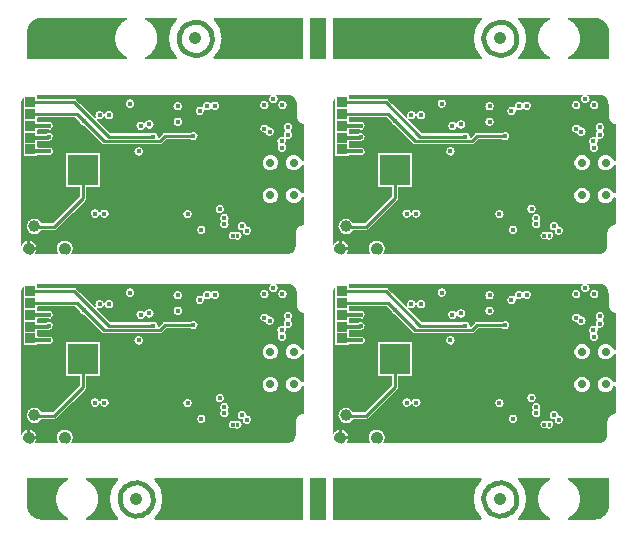
<source format=gbr>
*
%FSLAX26Y26*%
%MOIN*%
%ADD10C,0.028874*%
%ADD11C,0.038717*%
%ADD12R,0.040370X0.040370*%
%ADD13C,0.041000*%
%ADD14R,0.032496X0.032496*%
%ADD15R,0.101000X0.101000*%
%ADD16C,0.014900*%
%ADD17C,0.015900*%
%ADD18C,0.015925*%
%ADD19C,0.015950*%
%ADD20C,0.012906*%
%ADD21C,0.013000*%
%ADD22C,0.011000*%
%ADD23C,0.001975*%
%ADD24C,0.001875*%
%ADD25C,0.002550*%
%ADD26C,0.015748*%
%ADD27C,0.035433*%
%ADD28C,0.041339*%
%IPPOS*%
%LNgbl.gbr*%
%LPD*%
G75*
G36*
X11976Y40191D02*
X11977Y70931D01*
X705343D01*
G03X707797Y63020I13979J0D01*
G01X709415Y61029D01*
X710220Y60283D01*
X710743Y59910D01*
G03X713518Y58230I5416J5814D01*
G03X725105Y58230I5794J12655D01*
G01X725721Y58479D01*
G02X728576Y58417I1391J-1697D01*
G01X728909Y58292D01*
G03X732261Y57111I4885J8518D01*
G03X741169Y58292I2767J13316D01*
G03X743581Y59785I-3003J7546D01*
G03X749037Y70838I-8467J11053D01*
G01X928987D01*
X928820Y36210D01*
X927715Y30736D01*
X558555D01*
X558553Y42368D01*
X503502D01*
X503500Y30736D01*
X496500D01*
X496498Y42368D01*
X441447D01*
X441475Y31420D01*
X441445Y30736D01*
X186308D01*
G03X137867Y11266I-26849J-3196D01*
G02X136719Y8093I-1604J-1214D01*
G01X57351D01*
G03X13463Y33136I-17981J19466D01*
G02X12335Y35774I884J1938D01*
G01X11976Y40191D01*
G37*
G36*
X11977Y70931D02*
Y101580D01*
X32027D01*
G03X40310Y82615I25854J0D01*
G03X45082Y79131I14225J14473D01*
G03X54736Y75896I12878J22408D01*
G01X59739Y75772D01*
X64066Y76456D01*
X67987Y77763D01*
X71673Y79691D01*
X75445Y82615D01*
G03X79951Y88089I-17523J19015D01*
G02X81996Y90141I2255J-202D01*
G01X600304D01*
G03X629223Y90141I14460J0D01*
G01X743037D01*
G03X747715Y88275I7003J10758D01*
G01X749570Y87964D01*
G02X752083Y86160I471J-1997D01*
G03X764114Y72351I14471J463D01*
G03X780978Y86599I2413J14248D01*
G01X930109D01*
G03X929777Y85352I26067J-7610D01*
G01X929689Y85103D01*
X929035Y80686D01*
X928987Y70838D01*
X749037D01*
G03X744956Y80686I-13923J-0D01*
G01X744654Y80935D01*
G03X731004Y84170I-9507J-9698D01*
G01X730135Y83921D01*
X729100Y83485D01*
G02X726288Y83050I-1665J1457D01*
G03X705343Y70931I-6966J-12119D01*
G01X11977D01*
G37*
G36*
Y101580D02*
X11979Y220087D01*
X38691D01*
Y174926D01*
X54372D01*
Y220087D01*
X61376D01*
Y174926D01*
X77057D01*
Y220087D01*
X209479D01*
Y200119D01*
X209291Y200057D01*
X208847Y199435D01*
X121456Y112037D01*
X120619Y111540D01*
X120366Y111478D01*
X82632D01*
X82265Y111602D01*
X81937Y111789D01*
X81328Y112473D01*
G03X32027Y101580I-23447J-10893D01*
G01X11977D01*
G37*
G36*
X11979Y220087D02*
Y227178D01*
X38689D01*
X38702Y227116D01*
X54361D01*
X54374Y227178D01*
X61375D01*
X61387Y227116D01*
X77046D01*
X77059Y227178D01*
X209479D01*
Y220087D01*
X11979D01*
G37*
G36*
Y227178D02*
X11983Y511827D01*
G02X18573Y530986I31481J-116D01*
G02X22530Y530240I1881J-890D01*
G01X22541Y522962D01*
X22528Y522837D01*
X22530Y335539D01*
X68021D01*
Y338711D01*
G02X69719Y340702I2019J-2D01*
G01X97243D01*
G02X98933Y339769I-1004J-3815D01*
G03X120193Y346798I7760J12194D01*
G03X121155Y351584I-13504J5204D01*
G01X391452D01*
G03X392605Y345927I14454J0D01*
G01X163082D01*
X163109Y232030D01*
X209479Y231906D01*
Y227178D01*
X77059D01*
X77057Y272277D01*
X61376D01*
X61375Y227178D01*
X54374D01*
X54372Y272277D01*
X38691D01*
X38689Y227178D01*
X11979D01*
G37*
G36*
X59838Y540460D02*
G02X59867Y540815I2125J5D01*
G02X61811Y543116I2332J2D01*
G01X848422D01*
G02X848722Y539197I-307J-1994D01*
G03X844478Y535963I4561J-10387D01*
G03X861347Y539259I10661J-9746D01*
G02X861816Y543116I776J1863D01*
G01X897632Y543147D01*
G02X931496Y521033I3688J-31337D01*
G02X932906Y509712I-29966J-9481D01*
G01X932925Y505914D01*
X899691D01*
G03X870782Y505914I-14455J0D01*
G01X839454D01*
G03X810545Y505914I-14455J0D01*
G01X674091D01*
G03X669274Y514440I-14262J-2434D01*
G01X668900Y514689D01*
X668328Y515186D01*
X666135Y516492D01*
X665769Y516617D01*
X665147Y516928D01*
X663651Y517426D01*
X662913Y517550D01*
G03X656773Y517550I-3070J-9226D01*
G01X656035Y517426D01*
X654539Y516928D01*
X653916Y516617D01*
G03X650946Y514813I2423J-7337D01*
G01X650199Y514253D01*
X649306Y513382D01*
G02X645732Y512449I-2056J566D01*
G03X620279Y501563I-11066J-9326D01*
G01X550679D01*
G03X525281Y511018I-14459J0D01*
G01X391624D01*
G03X362706Y511018I-14459J0D01*
G01X211019D01*
X198194Y523833D01*
G03X192107Y526321I-6850J-8068D01*
G01X69672Y526445D01*
G02X68490Y527129I352J1972D01*
G02X68024Y530302I3583J2147D01*
G01X67992Y538451D01*
X62816Y538513D01*
G02X59838Y540460I-853J1947D01*
G37*
G36*
X67896Y412145D02*
G02X68024Y413170I4177J-1D01*
G01X68021Y423372D01*
G02X69719Y425363I2019J-2D01*
G01X97378D01*
X97795Y425238D01*
X98058Y425114D01*
G03X97754Y448752I8210J11926D01*
G01X97542Y448689D01*
X69672D01*
G02X68490Y449374I352J1970D01*
G02X68024Y452484I3514J2116D01*
G01Y463618D01*
G02X69719Y465733I2015J122D01*
G01X193939D01*
X194308Y465609D01*
X195095Y465111D01*
X207287Y452919D01*
G02X208100Y450680I-1301J-1739D01*
G03X221385Y438301I14338J2070D01*
G01X221764Y438177D01*
G02X223285Y436933I-443J-2094D01*
G01X282099Y378149D01*
X283263Y377278D01*
X284495Y376594D01*
X285951Y376034D01*
X287721Y375661D01*
X478348Y375599D01*
G03X484956Y378460I-398J9980D01*
G01X491604Y385081D01*
X868122D01*
G03X869251Y380140I11379J0D01*
G01X870703Y377341D01*
X871640Y376096D01*
G02X871914Y372115I-822J-2056D01*
G03X873250Y354263I11912J-8085D01*
G03X874901Y352707I5437J4116D01*
G03X876445Y351584I8496J10058D01*
G01X420360D01*
G03X391452Y351584I-14454J0D01*
G01X121155D01*
G03X98735Y364091I-14466J418D01*
G01X98522Y364029D01*
X69672D01*
G02X68021Y366019I352J1972D01*
G01Y383996D01*
G02X69719Y385987I2019J-2D01*
G01X102014D01*
G03X95805Y409749I4245J13801D01*
G01X95163Y409376D01*
X94950Y409314D01*
X69672D01*
G02X68490Y409998I352J1972D01*
G02X67896Y412145I3583J2147D01*
G37*
G36*
X81996Y90141D02*
G01X126449Y90266D01*
G03X132305Y92941I-1264J10514D01*
G01X183871Y144505D01*
X245830D01*
G03X251152Y133311I14431J-1D01*
G03X255277Y130948I7977J9144D01*
G01X255543Y130823D01*
X257698Y130263D01*
G03X265528Y131072I2487J14221D01*
G03X269320Y133311I-3626J10472D01*
G03X272585Y137044I-6200J8718D01*
G03X273763Y139407I-7361J5145D01*
G02X274973Y141460I2110J139D01*
G02X277846Y140465I1011J-1725D01*
G03X305863Y141709I13856J4045D01*
G01X554437D01*
G03X576632Y129492I14460J0D01*
G01X677083D01*
G03X677139Y128211I14492J-8D01*
G03X679515Y121492I12145J515D01*
G02X679583Y118009I-1184J-1765D01*
G01X679457Y117760D01*
G03X677600Y106066I12065J-7910D01*
G03X682603Y98539I12268J2728D01*
G03X683859Y97668I3035J3035D01*
G03X688194Y95802I6474J9071D01*
G01X689115Y95615D01*
G03X694277Y95678I2429J12459D01*
G01X695968Y96113D01*
X698545Y97233D01*
X699191Y97668D01*
G03X700446Y98539I-1779J3902D01*
G03X703791Y102208I-7638J10323D01*
G01X736196D01*
G03X737437Y96922I11880J0D01*
G03X739110Y93874I9076J2999D01*
G01X739326Y93563D01*
X739680Y93189D01*
G03X740965Y91821I4425J2869D01*
G03X743037Y90141I9077J9077D01*
G01X629223D01*
G03X600304Y90141I-14459J0D01*
G01X81996D01*
G37*
G36*
X180625Y10056D02*
G02X181187Y11452I2017J-1D01*
G01X182605Y13567D01*
X182964Y14252D01*
X183140Y14500D01*
G03X186300Y24453I-23518J12945D01*
G01X186340Y24640D01*
X186397Y29865D01*
G03X186308Y30736I-26939J-2315D01*
G01X441445D01*
X441493Y30674D01*
X496451D01*
X496500Y30736D01*
X503500D01*
X503549Y30674D01*
X558506D01*
X558555Y30736D01*
X927715D01*
X927640Y30363D01*
X925743Y25511D01*
X923214Y21218D01*
X919674Y17113D01*
X916094Y14065D01*
X911958Y11515D01*
X907519Y9648D01*
X901437Y8280D01*
X900888Y8218D01*
X560653Y8093D01*
G02X559649Y8591I353J1972D01*
G02X558555Y12074I2986J2851D01*
G01X558524Y23644D01*
X441476D01*
X441424Y11452D01*
X440944Y9586D01*
G02X439904Y8280I-1977J507D01*
G02X436938Y8000I-2957J15474D01*
G01Y8062D01*
X186742D01*
X186709Y8018D01*
X182176Y8093D01*
G02X180625Y10056I466J1963D01*
G37*
G36*
X183871Y144505D02*
G01X198806Y159441D01*
X661921D01*
G03X690835Y159441I14457J0D01*
G01X956528D01*
X956529Y128874D01*
X706084D01*
G03X706067Y129517I-11843J8D01*
G03X683780Y141709I-14492J-25D01*
G01X583357D01*
G03X554711Y144510I-14460J0D01*
G01X306138D01*
G03X302873Y153652I-14435J-1D01*
G03X282681Y155705I-11081J-8660D01*
G03X279408Y151973I6064J-8620D01*
G01X279153Y151600D01*
X278220Y149609D01*
G02X277059Y147556I-2118J-157D01*
G02X274132Y148489I-1075J1687D01*
G03X245830Y144505I-13871J-3984D01*
G01X183871D01*
G37*
G36*
X198806Y159441D02*
X226609Y187243D01*
G03X228690Y189420I-4161J6060D01*
G03X230022Y191970I-6185J4854D01*
G03X230681Y195516I-8523J3418D01*
G01X230680Y200244D01*
X819055D01*
X819132Y199870D01*
X822865Y190851D01*
X822900Y190789D01*
X830022Y183635D01*
X830236Y183511D01*
X839048Y179841D01*
X839257Y179778D01*
X849719D01*
X849930Y179841D01*
X858617Y183448D01*
X858954Y183635D01*
X865989Y190664D01*
X866035Y190726D01*
X866109Y190851D01*
X869844Y199870D01*
X869921Y200244D01*
X897795D01*
X897873Y199870D01*
X901608Y190851D01*
X901681Y190726D01*
X901728Y190664D01*
X908762Y183635D01*
X909100Y183448D01*
X917787Y179841D01*
X917997Y179778D01*
X928460D01*
X928669Y179841D01*
X937481Y183511D01*
X937695Y183635D01*
X944816Y190789D01*
X944852Y190851D01*
X945628Y192717D01*
G02X955587Y198253I7046J-950D01*
G02X956527Y195578I-1005J-1856D01*
G01X956528Y159441D01*
X690835D01*
G03X661921Y159441I-14457J0D01*
G01X198806D01*
G37*
G36*
X211019Y511018D02*
X362706D01*
G03X388104Y501563I14459J0D01*
G01X521761D01*
G03X550679Y501563I14459J0D01*
G01X620279D01*
G03X620324Y501190I14389J1546D01*
G02X620400Y499200I-3336J-1124D01*
G02X617524Y498142I-1882J678D01*
G03X594742Y486350I-8339J-11792D01*
G01X311126D01*
G03X293198Y476495I-4051J-13866D01*
G02X290311Y475500I-1864J724D01*
G02X289108Y477552I909J1912D01*
G01X288137Y479605D01*
X287161Y481098D01*
G03X284645Y483648I-8479J-5850D01*
G03X266624Y483711I-9050J-11209D01*
G03X263765Y480663I4995J-7551D01*
G03X261269Y470772I11649J-8200D01*
G03X262901Y465547I14340J1612D01*
G02X261246Y462654I-1790J-896D01*
G02X258833Y463245I-551J2972D01*
G01X211019Y511018D01*
G37*
G36*
X230677Y229915D02*
G02X232375Y231906I2018J-2D01*
G01X277049Y232030D01*
X277069Y318246D01*
X819051D01*
X819064Y308355D01*
X819117Y308169D01*
X822856Y299149D01*
X823067Y298838D01*
X829984Y291933D01*
X830273Y291747D01*
X839123Y288077D01*
X839333Y288015D01*
X849643D01*
X849854Y288077D01*
X858703Y291747D01*
X858992Y291933D01*
X865909Y298838D01*
X866120Y299149D01*
X869881Y308231D01*
X869888Y308293D01*
X869925Y318246D01*
X897792D01*
X897828Y308293D01*
X897836Y308231D01*
X901596Y299149D01*
X901807Y298838D01*
X908724Y291933D01*
X909013Y291747D01*
X917863Y288077D01*
X918073Y288015D01*
X928383D01*
X928594Y288077D01*
X937528Y291809D01*
X937732Y291933D01*
X944649Y298838D01*
X944861Y299149D01*
X946734Y303628D01*
G02X955764Y306365I5767J-2763D01*
G02X956527Y303690I-1179J-1783D01*
G01X956530Y213804D01*
G02X956200Y212685I-2003J-18D01*
G02X948381Y212747I-3874J4501D01*
G02X946029Y216541I3937J5067D01*
G01X944866Y219341D01*
X944661Y219652D01*
X937748Y226556D01*
X937566Y226681D01*
X936927Y226929D01*
X936587Y227116D01*
X928468Y230475D01*
X928160Y230537D01*
X918297D01*
X917989Y230475D01*
X908891Y226681D01*
X908709Y226556D01*
X905896Y223695D01*
X905590Y223446D01*
X901796Y219652D01*
X901592Y219341D01*
X897802Y210072D01*
X897795Y200244D01*
X869921D01*
X869914Y210072D01*
X866124Y219341D01*
X865921Y219652D01*
X862126Y223446D01*
X861821Y223695D01*
X859008Y226556D01*
X858825Y226681D01*
X849728Y230475D01*
X849419Y230537D01*
X839557D01*
X839249Y230475D01*
X831129Y227116D01*
X830789Y226929D01*
X830151Y226681D01*
X829968Y226556D01*
X823056Y219652D01*
X822851Y219341D01*
X819111Y210321D01*
X819100Y210259D01*
X819055Y200244D01*
X230680D01*
X230677Y229915D01*
G37*
G36*
X265773Y457966D02*
G02X267657Y459979I2018J-0D01*
G02X269656Y459264I359J-2148D01*
G03X274353Y458082I5370J11416D01*
G03X281453Y459264I1678J11835D01*
G01X281927Y459451D01*
X284513Y461130D01*
G03X286402Y462872I-4218J6469D01*
G01X287700Y464552D01*
X287900Y464925D01*
G03X289478Y468408I-8348J5881D01*
G02X292339Y469404I1860J-736D01*
G02X293558Y467351I-890J-1917D01*
G03X294741Y464987I8503J2777D01*
G01X294949Y464614D01*
X296096Y463059D01*
X298761Y460633D01*
X300764Y459451D01*
G03X316001Y461130I6326J12573D01*
G01X316449Y461441D01*
X317513Y462437D01*
X318627Y463743D01*
X320214Y466480D01*
G03X311126Y486350I-13139J6004D01*
G01X594742D01*
G03X600251Y475002I14443J0D01*
G03X604614Y472638I6940J7600D01*
G01X606763Y472078D01*
G03X612229Y472203I2445J12653D01*
G03X623596Y486074I-3035J14080D01*
G01X623627Y486572D01*
X623484Y488376D01*
G02X623413Y490242I2903J1045D01*
G02X626341Y491300I1888J-645D01*
G03X629130Y489807I6855J9454D01*
G03X640515Y489931I5563J11924D01*
G03X643501Y491735I-3632J9385D01*
G01X644222Y492295D01*
X645185Y493228D01*
G02X648813Y494099I2052J-558D01*
G03X674297Y503479I11016J9380D01*
G01X810752D01*
G03X839454Y505914I14248J2435D01*
G01X870782D01*
G03X899691Y505914I14455J0D01*
G01X932925D01*
X933108Y469092D01*
G03X936453Y458891I27194J3269D01*
G01X939198Y454785D01*
G03X943750Y450369I21166J17263D01*
G01X550681D01*
G03X521760Y450369I-14460J0D01*
G01X452852D01*
G03X432685Y453292I-11554J-8681D01*
G01X432423Y453044D01*
X431759Y452546D01*
X430913Y451737D01*
X430460Y451178D01*
G03X429163Y449498I4018J-4443D01*
G01X428425Y448254D01*
X427938Y447196D01*
G02X427238Y445641I-2109J14D01*
G02X424220Y445579I-1536J1281D01*
G03X398011Y437141I-11746J-8439D01*
G01X284936D01*
X266357Y455718D01*
G02X265856Y456776I1480J1349D01*
G01X265783Y457771D01*
G02X265773Y457966I2008J200D01*
G37*
G36*
X277069Y318246D02*
G01X277075Y345927D01*
X392605D01*
G03X420360Y351584I13301J5656D01*
G01X876445D01*
G03X881580Y349722I6958J11178D01*
G03X894970Y373297I2342J14260D01*
G02X894078Y376470I839J1948D01*
G03X896915Y387915I-11418J8904D01*
G01X896412Y389968D01*
G02X895929Y391896I1573J1419D01*
G02X898497Y393576I1986J-234D01*
G03X913187Y417525I4454J13748D01*
G02X912767Y420884I936J1823D01*
G03X918271Y432239I-8961J11355D01*
G01X956528D01*
X956530Y322103D01*
G02X956061Y320796I-2002J-19D01*
G02X947632Y321729I-3675J5341D01*
G02X945657Y325711I10008J7444D01*
G01X944856Y327639D01*
X944741Y327826D01*
X937792Y334792D01*
X937608Y334917D01*
X936971Y335166D01*
X936631Y335352D01*
X928546Y338711D01*
X928235Y338774D01*
X918222D01*
X917910Y338711D01*
X908849Y334917D01*
X908665Y334792D01*
X901670Y327763D01*
X901599Y327639D01*
X900936Y325959D01*
X900801Y325711D01*
X897866Y318619D01*
X897792Y318246D01*
X869925D01*
X869851Y318619D01*
X866916Y325711D01*
X866781Y325959D01*
X866118Y327639D01*
X866046Y327763D01*
X859051Y334792D01*
X858868Y334917D01*
X849806Y338711D01*
X849495Y338774D01*
X839482D01*
X839170Y338711D01*
X830463Y335041D01*
G03X829510Y334357I431J-1607D01*
G01X822974Y327826D01*
X822860Y327639D01*
X819125Y318619D01*
X819051Y318246D01*
X277069D01*
G37*
G36*
X284936Y437141D02*
X398011D01*
G03X403908Y425487I14463J-0D01*
G01X405324Y424616D01*
G03X408138Y423372I4563J6517D01*
G01X408439Y423248D01*
X410065Y422874D01*
G03X416521Y423248I2501J12731D01*
G01X417000Y423434D01*
X417467Y423559D01*
X419274Y424367D01*
X421052Y425487D01*
X421482Y425860D01*
G03X423047Y427177I-5536J8167D01*
G01X810973D01*
G03X811417Y423621I14457J-1D01*
G03X813231Y419391I10246J1890D01*
G03X826060Y412704I12356J8054D01*
G02X828787Y411740I841J-1959D01*
G03X832040Y407012I13803J6014D01*
G01X832614Y406452D01*
X833199Y406017D01*
G03X837643Y403653I6984J7770D01*
G01X838067Y403466D01*
G03X846174Y403466I4054J13876D01*
G01X846598Y403653D01*
G03X851122Y406079I-2219J9569D01*
G03X851738Y406577I-1040J1916D01*
G01X852357Y407137D01*
X853701Y408692D01*
X853820Y408878D01*
G03X856579Y416981I-10518J8103D01*
G01X892225D01*
X892080Y416841D01*
X891105Y415596D01*
X891007Y415410D01*
G03X889255Y402720I11939J-8114D01*
G02X889732Y401103I-1611J-1354D01*
G02X887378Y399112I-2009J-12D01*
G01X882680Y399859D01*
G03X877755Y398988I-343J-12422D01*
G03X872778Y395940I3308J-10989D01*
G03X868435Y387729I9247J-10145D01*
G03X868122Y385081I11067J-2651D01*
G01X491604D01*
X498073Y391523D01*
G02X499229Y392145I1587J-1565D01*
G01X577920D01*
G02X579583Y391150I-717J-3085D01*
G01X581234Y390092D01*
G03X578264Y413481I6909J12760D01*
G01X578053Y413419D01*
X493490Y413295D01*
X492319Y413170D01*
X490891Y412797D01*
G03X486766Y410185I2257J-8128D01*
G01X486608Y410060D01*
X474261Y397681D01*
G02X472911Y396873I-2007J1822D01*
G01X471143Y396842D01*
G02X469380Y399734I102J2046D01*
G01X469440Y401725D01*
X469374Y402471D01*
G03X467816Y407759I-13826J-1200D01*
G01X467522Y408381D01*
X466243Y410247D01*
X465612Y410931D01*
X465479Y411118D01*
X463580Y412797D01*
X462553Y413481D01*
X461930Y413792D01*
G03X448418Y414041I-6991J-12631D01*
G01X448057Y413792D01*
X447126Y413295D01*
X445410Y412051D01*
X445129Y411926D01*
X444916Y411864D01*
X310743D01*
X310490Y411926D01*
X309654Y412424D01*
X284936Y437141D01*
G37*
G36*
X305863Y141709D02*
G03X306138Y144510I-14161J2804D01*
G01X554711D01*
G03X554437Y141709I14186J-2802D01*
G01X305863D01*
G37*
G36*
X388104Y501563D02*
G03X391624Y511018I-10939J9455D01*
G01X525281D01*
G03X521761Y501563I10939J-9455D01*
G01X388104D01*
G37*
G36*
X423047Y427177D02*
G03X424630Y429344I-7101J6849D01*
G01X424855Y429655D01*
X425856Y431645D01*
G02X426565Y433200I2101J-19D01*
G02X429601Y433200I1518J-1302D01*
G03X455750Y441688I11697J8487D01*
G01X524656D01*
G03X550681Y450369I11565J8681D01*
G01X943750D01*
G03X954991Y445268I16615J21678D01*
G02X956527Y442220I-386J-2105D01*
G01X956528Y432239D01*
X918271D01*
G03X913227Y443215I-14465J-0D01*
G03X906424Y446450I-8185J-8443D01*
G03X893257Y422315I-2688J-14193D01*
G02X894034Y418707I-662J-2030D01*
G01X892848Y417649D01*
X892598Y417338D01*
X892225Y416981D01*
X856579D01*
G03X856574Y417338I-13276J-8D01*
G01X856484Y418955D01*
X856440Y419142D01*
G03X853712Y425922I-12555J-1113D01*
G03X850456Y429095I-8987J-5965D01*
G03X842042Y431770I-7769J-9867D01*
G01Y431739D01*
X841479D01*
Y431801D01*
X841274D01*
Y431739D01*
G02X838763Y432765I-670J1945D01*
G03X810973Y427177I-13333J-5588D01*
G01X423047D01*
G37*
G36*
X452852Y450369D02*
X521760D01*
G03X524656Y441688I14460J0D01*
G01X455750D01*
G03X452852Y450369I-14452J-0D01*
G37*
G36*
X576632Y129492D02*
G03X583357Y141709I-7735J12217D01*
G01X683780D01*
G03X677083Y129492I7795J-12217D01*
G01X576632D01*
G37*
G36*
X674091Y505914D02*
X810545D01*
G03X810752Y503479I14454J2D01*
G01X674297D01*
G03X674091Y505914I-14469J2D01*
G37*
G36*
X702715Y119517D02*
G02X703074Y120684I2076J0D01*
G01X704107Y122239D01*
X704215Y122488D01*
G03X706084Y128874I-9974J6386D01*
G01X956529D01*
X956530Y108429D01*
G02X953728Y106315I-2104J-126D01*
G03X943224Y102831I1767J-22905D01*
G01X942820Y102644D01*
X938632Y99783D01*
X938038Y99223D01*
X937869Y99099D01*
X934658Y95553D01*
G03X930109Y86599I21518J-16564D01*
G01X780978D01*
G03X778154Y95180I-14451J-1D01*
G03X775866Y97668I-8636J-5645D01*
G01X774442Y98726D01*
X774192Y98850D01*
X773614Y99223D01*
X772513Y99783D01*
X771797Y100032D01*
G03X769118Y100841I-3817J-7800D01*
G01X767673Y101027D01*
G02X765248Y102769I-402J1999D01*
G01X765018Y104884D01*
X764811Y105755D01*
G03X759609Y113779I-13011J-2737D01*
G03X756396Y115707I-6917J-7885D01*
G01X755953Y115832D01*
G03X745634Y115832I-5159J-13199D01*
G03X741743Y113592I2978J-9672D01*
G03X737703Y108429I7340J-9905D01*
G01X737375Y107745D01*
X736871Y106252D01*
X736839Y106066D01*
G03X736196Y102208I11236J-3855D01*
G01X703791D01*
G03X704724Y104075I-10983J6655D01*
G03X705733Y107372I-7273J4029D01*
G03X704836Y115396I-12392J2677D01*
G01X704715Y115770D01*
X703591Y117822D01*
G02X702715Y119517I1200J1694D01*
G37*
G36*
X12979Y228178D02*
G01X37689D01*
G02X37689Y226178I0J-1000D01*
G01X12979D01*
G02X12979Y228178I0J1000D01*
G37*
G36*
X55374D02*
G01X60375D01*
G02X60375Y226178I0J-1000D01*
G01X55374D01*
G02X55374Y228178I0J1000D01*
G37*
G36*
G01X60375D01*
G02X60375Y226178I0J-1000D01*
G01X55374D01*
G02X55374Y228178I0J1000D01*
G37*
G36*
X12979Y221087D02*
G01X37691D01*
G02X37691Y219087I0J-1000D01*
G01X12979D01*
G02X12979Y221087I0J1000D01*
G37*
G36*
X55372D02*
G01X60376D01*
G02X60376Y219087I0J-1000D01*
G01X55372D01*
G02X55372Y221087I0J1000D01*
G37*
G36*
G01X60376D01*
G02X60376Y219087I0J-1000D01*
G01X55372D01*
G02X55372Y221087I0J1000D01*
G37*
G36*
X278075Y346927D02*
G01X391525D01*
G02X391525Y344927I0J-1000D01*
G01X278075D01*
G02X278075Y346927I0J1000D01*
G37*
G36*
X12977Y102580D02*
G01X31027D01*
G02X31027Y100580I0J-1000D01*
G01X12977D01*
G02X12977Y102580I0J1000D01*
G37*
G36*
X78059Y228178D02*
G01X208479D01*
G02X208479Y226178I0J-1000D01*
G01X78059D01*
G02X78059Y228178I0J1000D01*
G37*
G36*
X78057Y221087D02*
G01X208479D01*
G02X208479Y219087I0J-1000D01*
G01X78057D01*
G02X78057Y221087I0J1000D01*
G37*
G36*
X307138Y145510D02*
G01X553693D01*
G02X553693Y143510I0J-1000D01*
G01X307138D01*
G02X307138Y145510I0J1000D01*
G37*
G36*
X185285Y145505D02*
G01X244830D01*
G02X244830Y143505I0J-1000D01*
G01X185285D01*
G02X185285Y145505I0J1000D01*
G37*
G36*
X212434Y512018D02*
G01X361706D01*
G02X361706Y510018I0J-1000D01*
G01X212434D01*
G02X212434Y512018I0J1000D01*
G37*
G36*
X392624D02*
G01X523990D01*
G02X523990Y510018I0J-1000D01*
G01X392624D01*
G02X392624Y512018I0J1000D01*
G37*
G36*
X122155Y352584D02*
G01X390452D01*
G02X390452Y350584I0J-1000D01*
G01X122155D01*
G02X122155Y352584I0J1000D01*
G37*
G36*
X421360D02*
G01X874700D01*
G02X874700Y350584I0J-1000D01*
G01X421360D01*
G02X421360Y352584I0J1000D01*
G37*
G36*
X456750Y442688D02*
G01X523427D01*
G02X523427Y440688I0J-1000D01*
G01X456750D01*
G02X456750Y442688I0J1000D01*
G37*
G36*
X286351Y438140D02*
G01X397011D01*
G02X397011Y436140I0J-1000D01*
G01X286351D01*
G02X286351Y438140I0J1000D01*
G37*
G36*
X187315Y31736D02*
G01X440445D01*
G02X440445Y29736I0J-1000D01*
G01X187315D01*
G02X187315Y31736I0J1000D01*
G37*
G36*
X497500D02*
G01X502500D01*
G02X502500Y29736I0J-1000D01*
G01X497500D01*
G02X497500Y31736I0J1000D01*
G37*
G36*
G01X502500D01*
G02X502500Y29736I0J-1000D01*
G01X497500D01*
G02X497500Y31736I0J1000D01*
G37*
G36*
X559555D02*
G01X926695D01*
G02X926695Y29736I0J-1000D01*
G01X559555D01*
G02X559555Y31736I0J1000D01*
G37*
G36*
X454081Y451369D02*
G01X520760D01*
G02X520760Y449369I0J-1000D01*
G01X454081D01*
G02X454081Y451369I0J1000D01*
G37*
G36*
X551681D02*
G01X942153D01*
G02X942153Y449369I0J-1000D01*
G01X551681D01*
G02X551681Y451369I0J1000D01*
G37*
G36*
X389396Y502563D02*
G01X520761D01*
G02X520761Y500563I0J-1000D01*
G01X389396D01*
G02X389396Y502563I0J1000D01*
G37*
G36*
X551679D02*
G01X606535D01*
G02X606535Y500563I0J-1000D01*
G01X551679D01*
G02X551679Y502563I0J1000D01*
G37*
G36*
X611836D02*
G01X619273D01*
G02X619273Y500563I0J-1000D01*
G01X611836D01*
G02X611836Y502563I0J1000D01*
G37*
G36*
X306881Y142709D02*
G01X553437D01*
G02X553437Y140709I0J-1000D01*
G01X306881D01*
G02X306881Y142709I0J1000D01*
G37*
G36*
X584357D02*
G01X682049D01*
G02X682049Y140709I0J-1000D01*
G01X584357D01*
G02X584357Y142709I0J1000D01*
G37*
G36*
X675297Y504479D02*
G01X809738D01*
G02X809738Y502479I0J-1000D01*
G01X675297D01*
G02X675297Y504479I0J1000D01*
G37*
G36*
X313880Y487350D02*
G01X533478D01*
G02X533478Y485350I0J-1000D01*
G01X313880D01*
G02X313880Y487350I0J1000D01*
G37*
G36*
X538962D02*
G01X593742D01*
G02X593742Y485350I0J-1000D01*
G01X538962D01*
G02X538962Y487350I0J1000D01*
G37*
G36*
X129784Y91141D02*
G01X599304D01*
G02X599304Y89141I0J-1000D01*
G01X129784D01*
G02X129784Y91141I0J1000D01*
G37*
G36*
X630223D02*
G01X741339D01*
G02X741339Y89141I0J-1000D01*
G01X630223D01*
G02X630223Y91141I0J1000D01*
G37*
G36*
X200221Y160441D02*
G01X256381D01*
G02X256381Y158441I0J-1000D01*
G01X200221D01*
G02X200221Y160441I0J1000D01*
G37*
G36*
X264141D02*
G01X287532D01*
G02X287532Y158441I0J-1000D01*
G01X264141D01*
G02X264141Y160441I0J1000D01*
G37*
G36*
X296052D02*
G01X660921D01*
G02X660921Y158441I0J-1000D01*
G01X296052D01*
G02X296052Y160441I0J1000D01*
G37*
G36*
X691835D02*
G01X955528D01*
G02X955528Y158441I0J-1000D01*
G01X691835D01*
G02X691835Y160441I0J1000D01*
G37*
G36*
X707084Y129874D02*
G01X955529D01*
G02X955529Y127874I0J-1000D01*
G01X707084D01*
G02X707084Y129874I0J1000D01*
G37*
G36*
X578371Y130492D02*
G01X676083D01*
G02X676083Y128492I0J-1000D01*
G01X578371D01*
G02X578371Y130492I0J1000D01*
G37*
G36*
X750037Y71838D02*
G01X927987D01*
G02X927987Y69838I0J-1000D01*
G01X750037D01*
G02X750037Y71838I0J1000D01*
G37*
G36*
X12977Y71931D02*
G01X704343D01*
G02X704343Y69931I0J-1000D01*
G01X12977D01*
G02X12977Y71931I0J1000D01*
G37*
G36*
X704945Y103208D02*
G01X735196D01*
G02X735196Y101208I0J-1000D01*
G01X704945D01*
G02X704945Y103208I0J1000D01*
G37*
G36*
X781978Y87599D02*
G01X929069D01*
G02X929069Y85599I0J-1000D01*
G01X781978D01*
G02X781978Y87599I0J1000D01*
G37*
G36*
X675104Y506914D02*
G01X809545D01*
G02X809545Y504914I0J-1000D01*
G01X675104D01*
G02X675104Y506914I0J1000D01*
G37*
G36*
X840454D02*
G01X869782D01*
G02X869782Y504914I0J-1000D01*
G01X840454D01*
G02X840454Y506914I0J1000D01*
G37*
G36*
G01X869782D01*
G02X869782Y504914I0J-1000D01*
G01X840454D01*
G02X840454Y506914I0J1000D01*
G37*
G36*
X857579Y417980D02*
G01X890919D01*
G02X890919Y415980I0J-1000D01*
G01X857579D01*
G02X857579Y417980I0J1000D01*
G37*
G36*
X424381Y428177D02*
G01X435988D01*
G02X435988Y426177I0J-1000D01*
G01X424381D01*
G02X424381Y428177I0J1000D01*
G37*
G36*
X446608D02*
G01X809973D01*
G02X809973Y426177I0J-1000D01*
G01X446608D01*
G02X446608Y428177I0J1000D01*
G37*
G36*
X278069Y319246D02*
G01X818051D01*
G02X818051Y317246I0J-1000D01*
G01X278069D01*
G02X278069Y319246I0J1000D01*
G37*
G36*
X870925D02*
G01X896792D01*
G02X896792Y317246I0J-1000D01*
G01X870925D01*
G02X870925Y319246I0J1000D01*
G37*
G36*
G01X896792D01*
G02X896792Y317246I0J-1000D01*
G01X870925D01*
G02X870925Y319246I0J1000D01*
G37*
G36*
X231680Y201244D02*
G01X818055D01*
G02X818055Y199244I0J-1000D01*
G01X231680D01*
G02X231680Y201244I0J1000D01*
G37*
G36*
X870921D02*
G01X896795D01*
G02X896795Y199244I0J-1000D01*
G01X870921D01*
G02X870921Y201244I0J1000D01*
G37*
G36*
G01X896795D01*
G02X896795Y199244I0J-1000D01*
G01X870921D01*
G02X870921Y201244I0J1000D01*
G37*
G36*
X493021Y386081D02*
G01X867122D01*
G02X867122Y384081I0J-1000D01*
G01X493021D01*
G02X493021Y386081I0J1000D01*
G37*
G36*
X919271Y433239D02*
G01X955528D01*
G02X955528Y431239I0J-1000D01*
G01X919271D01*
G02X919271Y433239I0J1000D01*
G37*
G36*
X900691Y506914D02*
G01X931925D01*
G02X931925Y504914I0J-1000D01*
G01X900691D01*
G02X900691Y506914I0J1000D01*
G37*
G54D10*
X844488Y205119D03*
X923228D03*
G54D11*
X57874Y101575D03*
G54D12*
Y194095D02*
G01Y253150D01*
G54D10*
X923228Y313386D03*
X844488D03*
G54D13*
X39370Y27560D03*
X159449D03*
G54D14*
X45276Y358268D03*
Y437008D03*
Y397638D03*
Y476379D03*
Y515749D03*
G54D15*
X220079Y288977D03*
G54D14*
X456693Y27166D02*
X543307D01*
G54D16*
X735039Y70867D03*
G54D17*
X748425Y257481D03*
X575984Y254725D03*
X550000Y239371D03*
X521654Y211812D03*
X597244Y192520D03*
X709843Y198819D03*
X834252Y250630D03*
G54D18*
X882968D03*
G54D17*
X929134D03*
G54D19*
X792858Y244544D03*
G54D20*
X750787Y86615D03*
G54D17*
X691535Y90158D03*
X572441Y171260D03*
X525591Y136221D03*
X744882Y188583D03*
X653543Y198819D03*
G54D19*
X793252Y165804D03*
X453094Y166985D03*
X452307Y246512D03*
X451520Y317772D03*
X597189Y313835D03*
X656244D03*
X719236D03*
X927898Y160292D03*
X880654D03*
X833409D03*
G54D17*
X928740Y364804D03*
Y400237D03*
X916929Y530158D03*
X720079Y490788D03*
G54D19*
X900339Y26434D03*
X797976D03*
X687740D03*
X223173Y148481D03*
X120811D03*
Y266591D03*
X341283Y471316D03*
X250732Y26434D03*
X364906D03*
G54D16*
X719291Y70867D03*
G54D17*
X691535Y109843D03*
X842126Y417323D03*
X903740Y432284D03*
X412480Y437127D03*
X634646Y503111D03*
X260236Y144489D03*
X609173Y486339D03*
X291732Y144489D03*
X307087Y472441D03*
X106299Y399804D03*
X275591Y472441D03*
X106299Y437008D03*
X750787Y102363D03*
X614764Y90158D03*
X536220Y450394D03*
X825000Y505906D03*
X405906Y351575D03*
X106693Y351969D03*
X676378Y159449D03*
X222441Y452756D03*
X588189Y402756D03*
X882677Y385434D03*
X455000Y401182D03*
X883937Y363938D03*
X568898Y141733D03*
X536220Y501575D03*
X377165Y511024D03*
X659843Y503504D03*
X766535Y86615D03*
X855118Y526182D03*
X885236Y505906D03*
X441299Y441693D03*
X902953Y407323D03*
X825394Y427166D03*
X691535Y129528D03*
G54D21*
X106299Y399796D02*
X104142Y397638D01*
X45276D01*
X106299Y437008D02*
X45276D01*
X106299Y352363D02*
X51181D01*
X45276Y358268D01*
G54D22*
X106693Y351969D02*
X106299Y352363D01*
X198819Y476379D02*
X45276D01*
X198819D02*
X222441Y452756D01*
X494315Y402756D02*
X588189D01*
X289016Y386182D02*
X222441Y452756D01*
X289016Y386182D02*
X477740D01*
X494315Y402756D01*
X191339Y515749D02*
X45276D01*
X191339D02*
X305906Y401182D01*
X454988D01*
X220079Y195670D02*
Y288977D01*
Y195670D02*
X125197Y100788D01*
X58661D01*
X57874Y101575D01*
G36*
X34562Y27477D02*
Y60521D01*
X44507D01*
Y27477D01*
X34562D01*
G37*
G36*
X32637Y22183D02*
Y32449D01*
X73862D01*
Y22183D01*
X32637D01*
G37*
%LPC*%
G75*
X32637Y22183D02*
G54D23*
X727733Y66779D02*
Y74954D01*
X726597D02*
Y66779D01*
G54D24*
X747383Y93129D02*
X754192D01*
X754590Y94351D02*
X746985D01*
X757302Y90020D02*
Y83210D01*
X758524Y82812D02*
Y90417D01*
G54D25*
X459850Y393507D02*
X450150D01*
G54D26*
X3937Y39371D02*
X4087Y35938D01*
X4535Y32536D01*
X5280Y29182D01*
X6311Y25906D01*
X7626Y22733D01*
X9213Y19686D01*
X11055Y16788D01*
X13150Y14064D01*
X15468Y11532D01*
X18000Y9213D01*
X20724Y7119D01*
X23622Y5276D01*
X26669Y3690D01*
X29843Y2375D01*
X33118Y1343D01*
X36472Y599D01*
X39874Y150D01*
X43307Y1D01*
X897638D01*
X901071Y150D01*
X904472Y599D01*
X907827Y1343D01*
X911102Y2375D01*
X914276Y3690D01*
X917323Y5276D01*
X920220Y7119D01*
X922945Y9213D01*
X925476Y11532D01*
X927795Y14064D01*
X929890Y16788D01*
X931732Y19686D01*
X933319Y22733D01*
X934634Y25906D01*
X935665Y29182D01*
X936409Y32536D01*
X936858Y35938D01*
X937008Y39371D01*
Y78741D01*
X937083Y80457D01*
X937307Y82158D01*
X937677Y83835D01*
X938197Y85473D01*
X938850Y87060D01*
X939646Y88583D01*
X940567Y90032D01*
X941614Y91394D01*
X942772Y92662D01*
X944039Y93819D01*
X945402Y94867D01*
X946850Y95788D01*
X948374Y96583D01*
X949961Y97237D01*
X951598Y97756D01*
X953276Y98127D01*
X954976Y98351D01*
X956693Y98426D01*
X957378Y98457D01*
X958059Y98544D01*
X958732Y98693D01*
X959386Y98902D01*
X960020Y99162D01*
X960630Y99481D01*
X961209Y99851D01*
X961756Y100268D01*
X962260Y100733D01*
X962724Y101237D01*
X963142Y101784D01*
X963512Y102363D01*
X963831Y102973D01*
X964091Y103607D01*
X964299Y104260D01*
X964449Y104934D01*
X964535Y105615D01*
X964567Y106300D01*
Y448819D01*
X964551Y449162D01*
X964508Y449504D01*
X964433Y449839D01*
X964331Y450166D01*
X964197Y450485D01*
X964039Y450788D01*
X963854Y451079D01*
X963646Y451351D01*
X963413Y451603D01*
X963161Y451835D01*
X962890Y452044D01*
X962598Y452229D01*
X962295Y452386D01*
X961976Y452520D01*
X961650Y452623D01*
X961315Y452697D01*
X960972Y452741D01*
X960630Y452756D01*
X958913Y452831D01*
X957213Y453056D01*
X955535Y453426D01*
X953898Y453945D01*
X952311Y454599D01*
X950787Y455394D01*
X949339Y456316D01*
X947976Y457363D01*
X946709Y458520D01*
X945551Y459788D01*
X944504Y461150D01*
X943583Y462599D01*
X942787Y464123D01*
X942134Y465709D01*
X941614Y467347D01*
X941244Y469024D01*
X941020Y470725D01*
X940945Y472441D01*
Y511812D01*
X940795Y515245D01*
X940346Y518646D01*
X939602Y522001D01*
X938571Y525276D01*
X937256Y528449D01*
X935669Y531497D01*
X933827Y534394D01*
X931732Y537119D01*
X929413Y539650D01*
X926882Y541969D01*
X924157Y544064D01*
X921260Y545906D01*
X918213Y547493D01*
X915039Y548808D01*
X911764Y549839D01*
X908409Y550583D01*
X905008Y551032D01*
X901575Y551182D01*
X43307D01*
X39874Y551032D01*
X36472Y550583D01*
X33118Y549839D01*
X29843Y548808D01*
X26669Y547493D01*
X23622Y545906D01*
X20724Y544064D01*
X18000Y541969D01*
X15468Y539650D01*
X13150Y537119D01*
X11055Y534394D01*
X9213Y531497D01*
X7626Y528449D01*
X6311Y525276D01*
X5280Y522001D01*
X4535Y518646D01*
X4087Y515245D01*
X3937Y511812D01*
Y39371D01*
X-3343Y1D02*
X968204D01*
X964567Y-13511D02*
Y542672D01*
X956047Y551182D02*
X4761D01*
X3937Y552802D02*
Y2698D01*
G54D27*
X124433Y559831D03*
X157898D03*
X191362D03*
X224827D03*
X258291D03*
X669616D03*
X703080D03*
X736545D03*
X770009D03*
X803474D03*
X124433Y-8580D03*
X157898D03*
X191362D03*
X224827D03*
X258291D03*
X669616D03*
X703080D03*
X736545D03*
X770009D03*
X803474D03*
%LPD*%
G75*
X803474Y-8580D02*
G36*
X11976Y670112D02*
X11977Y700852D01*
X705343D01*
G03X707797Y692941I13979J0D01*
G01X709415Y690951D01*
X710220Y690204D01*
X710743Y689831D01*
G03X713518Y688152I5414J5816D01*
G03X725105Y688152I5794J12655D01*
G01X725721Y688400D01*
G02X728576Y688338I1391J-1697D01*
G01X728909Y688214D01*
G03X732261Y687032I4888J8517D01*
G03X741169Y688214I2766J13316D01*
G03X743581Y689707I-3003J7546D01*
G03X749037Y700759I-8467J11053D01*
G01X928987D01*
X928820Y666131D01*
X927715Y660657D01*
X558555D01*
X558553Y672289D01*
X503502D01*
X503500Y660657D01*
X496500D01*
X496498Y672289D01*
X441447D01*
X441475Y661341D01*
X441445Y660657D01*
X186308D01*
G03X137867Y641187I-26849J-3196D01*
G02X136719Y638015I-1604J-1213D01*
G01X57351D01*
G03X13463Y663057I-17981J19466D01*
G02X12335Y665696I884J1938D01*
G01X11976Y670112D01*
G37*
G36*
X11977Y700852D02*
Y731501D01*
X32027D01*
G03X40310Y712536I25854J0D01*
G03X45082Y709052I14224J14473D01*
G03X54736Y705818I12875J22408D01*
G01X59739Y705693D01*
X64066Y706378D01*
X67987Y707684D01*
X71673Y709612D01*
X75445Y712536D01*
G03X79951Y718010I-17523J19016D01*
G02X81996Y720063I2255J-202D01*
G01X600304D01*
G03X629223Y720063I14460J0D01*
G01X743037D01*
G03X747715Y718196I7005J10757D01*
G01X749570Y717885D01*
G02X752083Y716081I471J-1997D01*
G03X764114Y702272I14471J463D01*
G03X780978Y716520I2413J14248D01*
G01X930109D01*
G03X929777Y715273I26067J-7609D01*
G01X929689Y715024D01*
X929035Y710607D01*
X928987Y700759D01*
X749037D01*
G03X744956Y710607I-13923J-0D01*
G01X744654Y710856D01*
G03X731004Y714091I-9507J-9698D01*
G01X730135Y713842D01*
X729100Y713407D01*
G02X726288Y712971I-1666J1457D01*
G03X705343Y700852I-6966J-12119D01*
G01X11977D01*
G37*
G36*
Y731501D02*
X11979Y850008D01*
X38691D01*
Y804848D01*
X54372D01*
Y850008D01*
X61376D01*
Y804848D01*
X77057D01*
Y850008D01*
X209479D01*
Y830041D01*
X209291Y829978D01*
X208847Y829356D01*
X121456Y741959D01*
X120619Y741461D01*
X120366Y741399D01*
X82632D01*
X82265Y741523D01*
X81937Y741710D01*
X81328Y742394D01*
G03X32027Y731501I-23447J-10893D01*
G01X11977D01*
G37*
G36*
X11979Y850008D02*
Y857100D01*
X38689D01*
X38702Y857037D01*
X54361D01*
X54374Y857100D01*
X61375D01*
X61387Y857037D01*
X77046D01*
X77059Y857100D01*
X209479D01*
Y850008D01*
X11979D01*
G37*
G36*
Y857100D02*
X11983Y1141748D01*
G02X18573Y1160907I31481J-115D01*
G02X22530Y1160161I1881J-890D01*
G01X22541Y1152883D01*
X22528Y1152759D01*
X22530Y965460D01*
X68021D01*
Y968633D01*
G02X69719Y970623I2018J-3D01*
G01X97243D01*
G02X98933Y969690I-1004J-3815D01*
G03X120193Y976719I7760J12194D01*
G03X121155Y981505I-13504J5204D01*
G01X391452D01*
G03X392605Y975848I14454J0D01*
G01X163082D01*
X163109Y861952D01*
X209479Y861827D01*
Y857100D01*
X77059D01*
X77057Y902198D01*
X61376D01*
X61375Y857100D01*
X54374D01*
X54372Y902198D01*
X38691D01*
X38689Y857100D01*
X11979D01*
G37*
G36*
X59838Y1170381D02*
G02X59867Y1170736I2125J5D01*
G02X61811Y1173037I2332J2D01*
G01X848422D01*
G02X848722Y1169118I-307J-1994D01*
G03X844478Y1165884I4561J-10387D01*
G03X861347Y1169181I10662J-9746D01*
G02X861816Y1173037I776J1862D01*
G01X897632Y1173068D01*
G02X931496Y1150955I3689J-31337D01*
G02X932906Y1139633I-29966J-9481D01*
G01X932925Y1135835D01*
X899691D01*
G03X870782Y1135835I-14455J0D01*
G01X839454D01*
G03X810545Y1135835I-14455J0D01*
G01X674091D01*
G03X669274Y1144361I-14262J-2434D01*
G01X668900Y1144610D01*
X668328Y1145107D01*
X666135Y1146414D01*
X665769Y1146538D01*
X665147Y1146849D01*
X663651Y1147347D01*
X662913Y1147471D01*
G03X656773Y1147471I-3070J-9226D01*
G01X656035Y1147347D01*
X654539Y1146849D01*
X653916Y1146538D01*
G03X650946Y1144734I2423J-7337D01*
G01X650199Y1144174D01*
X649306Y1143304D01*
G02X645732Y1142370I-2057J566D01*
G03X620279Y1131485I-11066J-9326D01*
G01X550679D01*
G03X525281Y1140940I-14459J0D01*
G01X391624D01*
G03X362706Y1140940I-14459J0D01*
G01X211019D01*
X198194Y1153754D01*
G03X192107Y1156242I-6850J-8068D01*
G01X69672Y1156366D01*
G02X68490Y1157051I353J1971D01*
G02X68024Y1160223I3583J2147D01*
G01X67992Y1168372D01*
X62816Y1168434D01*
G02X59838Y1170381I-853J1947D01*
G37*
G36*
X67896Y1042066D02*
G02X68024Y1043092I4177J-0D01*
G01X68021Y1053293D01*
G02X69719Y1055284I2019J-2D01*
G01X97378D01*
X97795Y1055159D01*
X98058Y1055035D01*
G03X97754Y1078673I8210J11926D01*
G01X97542Y1078611D01*
X69672D01*
G02X68490Y1079295I351J1971D01*
G02X68024Y1082405I3514J2116D01*
G01Y1093540D01*
G02X69719Y1095655I2015J122D01*
G01X193939D01*
X194308Y1095530D01*
X195095Y1095033D01*
X207287Y1082841D01*
G02X208100Y1080601I-1301J-1740D01*
G03X221385Y1068222I14338J2070D01*
G01X221764Y1068098D01*
G02X223285Y1066854I-443J-2094D01*
G01X282099Y1008070D01*
X283263Y1007200D01*
X284495Y1006515D01*
X285951Y1005955D01*
X287721Y1005582D01*
X478348Y1005520D01*
G03X484956Y1008381I-398J9980D01*
G01X491604Y1015002D01*
X868122D01*
G03X869251Y1010061I11379J0D01*
G01X870703Y1007262D01*
X871640Y1006018D01*
G02X871914Y1002037I-822J-2056D01*
G03X873250Y984184I11912J-8085D01*
G03X874901Y982629I5436J4117D01*
G03X876445Y981505I8501J10055D01*
G01X420360D01*
G03X391452Y981505I-14454J0D01*
G01X121155D01*
G03X98735Y994012I-14466J418D01*
G01X98522Y993950D01*
X69672D01*
G02X68021Y995941I352J1972D01*
G01Y1013918D01*
G02X69719Y1015908I2018J-3D01*
G01X102014D01*
G03X95805Y1039670I4245J13801D01*
G01X95163Y1039297D01*
X94950Y1039235D01*
X69672D01*
G02X68490Y1039919I352J1972D01*
G02X67896Y1042066I3583J2147D01*
G37*
G36*
X81996Y720063D02*
G01X126449Y720187D01*
G03X132305Y722862I-1264J10514D01*
G01X183871Y774426D01*
X245830D01*
G03X251152Y763233I14431J-0D01*
G03X255277Y760869I7980J9143D01*
G01X255543Y760744D01*
X257698Y760185D01*
G03X265528Y760993I2489J14221D01*
G03X269320Y763233I-3628J10471D01*
G03X272585Y766965I-6200J8718D01*
G03X273763Y769329I-7362J5144D01*
G02X274973Y771381I2110J139D01*
G02X277846Y770386I1011J-1725D01*
G03X305863Y771630I13856J4045D01*
G01X554437D01*
G03X576632Y759413I14460J0D01*
G01X677083D01*
G03X677139Y758132I14492J-8D01*
G03X679515Y751414I12145J516D01*
G02X679583Y747930I-1184J-1766D01*
G01X679457Y747681D01*
G03X677600Y735987I12065J-7910D01*
G03X682603Y728460I12268J2728D01*
G03X683859Y727589I3035J3035D01*
G03X688194Y725723I6474J9071D01*
G01X689115Y725537D01*
G03X694277Y725599I2432J12459D01*
G01X695968Y726034D01*
X698545Y727154D01*
X699191Y727589D01*
G03X700446Y728460I-1778J3902D01*
G03X703791Y732130I-7639J10322D01*
G01X736196D01*
G03X737437Y726843I11880J-0D01*
G03X739110Y723795I9076J2999D01*
G01X739326Y723484D01*
X739680Y723111D01*
G03X740965Y721742I4427J2867D01*
G03X743037Y720063I9074J9080D01*
G01X629223D01*
G03X600304Y720063I-14459J0D01*
G01X81996D01*
G37*
G36*
X180625Y639977D02*
G02X181187Y641374I2017J0D01*
G01X182605Y643489D01*
X182964Y644173D01*
X183140Y644422D01*
G03X186300Y654374I-23518J12945D01*
G01X186340Y654561D01*
X186397Y659786D01*
G03X186308Y660657I-26939J-2315D01*
G01X441445D01*
X441493Y660595D01*
X496451D01*
X496500Y660657D01*
X503500D01*
X503549Y660595D01*
X558506D01*
X558555Y660657D01*
X927715D01*
X927640Y660284D01*
X925743Y655432D01*
X923214Y651140D01*
X919674Y647034D01*
X916094Y643986D01*
X911958Y641436D01*
X907519Y639570D01*
X901437Y638201D01*
X900888Y638139D01*
X560653Y638015D01*
G02X559649Y638512I351J1972D01*
G02X558555Y641996I2986J2851D01*
G01X558524Y653566D01*
X441476D01*
X441424Y641374D01*
X440944Y639507D01*
G02X439904Y638201I-1977J507D01*
G02X436938Y637921I-2957J15474D01*
G01Y637983D01*
X186742D01*
X186709Y637940D01*
X182176Y638015D01*
G02X180625Y639977I466J1963D01*
G37*
G36*
X183871Y774426D02*
G01X198806Y789362D01*
X661921D01*
G03X690835Y789362I14457J0D01*
G01X956528D01*
X956529Y758795D01*
X706084D01*
G03X706067Y759438I-11843J8D01*
G03X683780Y771630I-14492J-25D01*
G01X583357D01*
G03X554711Y774431I-14460J0D01*
G01X306138D01*
G03X302873Y783574I-14435J-0D01*
G03X282681Y785626I-11080J-8660D01*
G03X279408Y781894I6064J-8620D01*
G01X279153Y781521D01*
X278220Y779530D01*
G02X277059Y777478I-2118J-156D01*
G02X274132Y778411I-1075J1687D01*
G03X245830Y774426I-13871J-3984D01*
G01X183871D01*
G37*
G36*
X198806Y789362D02*
X226609Y817164D01*
G03X228690Y819341I-4161J6060D01*
G03X230022Y821892I-6186J4853D01*
G03X230681Y825437I-8523J3418D01*
G01X230680Y830165D01*
X819055D01*
X819132Y829792D01*
X822865Y820772D01*
X822900Y820710D01*
X830022Y813556D01*
X830236Y813432D01*
X839048Y809762D01*
X839257Y809700D01*
X849719D01*
X849930Y809762D01*
X858617Y813370D01*
X858954Y813556D01*
X865989Y820585D01*
X866035Y820648D01*
X866109Y820772D01*
X869844Y829792D01*
X869921Y830165D01*
X897795D01*
X897873Y829792D01*
X901608Y820772D01*
X901681Y820648D01*
X901728Y820585D01*
X908762Y813556D01*
X909100Y813370D01*
X917787Y809762D01*
X917997Y809700D01*
X928460D01*
X928669Y809762D01*
X937481Y813432D01*
X937695Y813556D01*
X944816Y820710D01*
X944852Y820772D01*
X945628Y822638D01*
G02X955587Y828174I7046J-950D01*
G02X956527Y825500I-1005J-1856D01*
G01X956528Y789362D01*
X690835D01*
G03X661921Y789362I-14457J0D01*
G01X198806D01*
G37*
G36*
X211019Y1140940D02*
X362706D01*
G03X388104Y1131485I14459J0D01*
G01X521761D01*
G03X550679Y1131485I14459J0D01*
G01X620279D01*
G03X620324Y1131111I14389J1541D01*
G02X620400Y1129121I-3336J-1124D01*
G02X617524Y1128063I-1882J678D01*
G03X594742Y1116271I-8339J-11792D01*
G01X311126D01*
G03X293198Y1106416I-4051J-13866D01*
G02X290311Y1105421I-1864J724D01*
G02X289108Y1107474I909J1912D01*
G01X288137Y1109526D01*
X287161Y1111019D01*
G03X284645Y1113570I-8481J-5848D01*
G03X266624Y1113632I-9049J-11209D01*
G03X263765Y1110584I4995J-7551D01*
G03X261269Y1100693I11649J-8200D01*
G03X262901Y1095468I14340J1612D01*
G02X261246Y1092576I-1790J-895D01*
G02X258833Y1093166I-552J2972D01*
G01X211019Y1140940D01*
G37*
G36*
X230677Y859837D02*
G02X232375Y861827I2018J-2D01*
G01X277049Y861952D01*
X277069Y948167D01*
X819051D01*
X819064Y938277D01*
X819117Y938090D01*
X822856Y929070D01*
X823067Y928759D01*
X829984Y921855D01*
X830273Y921668D01*
X839123Y917998D01*
X839333Y917936D01*
X849643D01*
X849854Y917998D01*
X858703Y921668D01*
X858992Y921855D01*
X865909Y928759D01*
X866120Y929070D01*
X869881Y938152D01*
X869888Y938215D01*
X869925Y948167D01*
X897792D01*
X897828Y938215D01*
X897836Y938152D01*
X901596Y929070D01*
X901807Y928759D01*
X908724Y921855D01*
X909013Y921668D01*
X917863Y917998D01*
X918073Y917936D01*
X928383D01*
X928594Y917998D01*
X937528Y921730D01*
X937732Y921855D01*
X944649Y928759D01*
X944861Y929070D01*
X946734Y933549D01*
G02X955764Y936286I5767J-2763D01*
G02X956527Y933611I-1179J-1783D01*
G01X956530Y843726D01*
G02X956200Y842606I-2003J-19D01*
G02X948381Y842668I-3874J4501D01*
G02X946029Y846463I3937J5067D01*
G01X944866Y849262D01*
X944661Y849573D01*
X937748Y856478D01*
X937566Y856602D01*
X936927Y856851D01*
X936587Y857037D01*
X928468Y860396D01*
X928160Y860459D01*
X918297D01*
X917989Y860396D01*
X908891Y856602D01*
X908709Y856478D01*
X905896Y853616D01*
X905590Y853367D01*
X901796Y849573D01*
X901592Y849262D01*
X897802Y839993D01*
X897795Y830165D01*
X869921D01*
X869914Y839993D01*
X866124Y849262D01*
X865921Y849573D01*
X862126Y853367D01*
X861821Y853616D01*
X859008Y856478D01*
X858825Y856602D01*
X849728Y860396D01*
X849419Y860459D01*
X839557D01*
X839249Y860396D01*
X831129Y857037D01*
X830789Y856851D01*
X830151Y856602D01*
X829968Y856478D01*
X823056Y849573D01*
X822851Y849262D01*
X819111Y840242D01*
X819100Y840180D01*
X819055Y830165D01*
X230680D01*
X230677Y859837D01*
G37*
G36*
X265773Y1087887D02*
G02X267657Y1089901I2018J0D01*
G02X269656Y1089185I358J-2148D01*
G03X274353Y1088004I5368J11417D01*
G03X281453Y1089185I1680J11835D01*
G01X281927Y1089372D01*
X284513Y1091052D01*
G03X286402Y1092793I-4217J6470D01*
G01X287700Y1094473D01*
X287900Y1094846D01*
G03X289478Y1098329I-8348J5881D01*
G02X292339Y1099325I1860J-736D01*
G02X293558Y1097272I-890J-1917D01*
G03X294741Y1094908I8503J2777D01*
G01X294949Y1094535D01*
X296096Y1092980D01*
X298761Y1090554D01*
X300764Y1089372D01*
G03X316001Y1091052I6325J12573D01*
G01X316449Y1091363D01*
X317513Y1092358D01*
X318627Y1093664D01*
X320214Y1096401D01*
G03X311126Y1116271I-13139J6004D01*
G01X594742D01*
G03X600251Y1104923I14443J0D01*
G03X604614Y1102559I6940J7600D01*
G01X606763Y1102000D01*
G03X612229Y1102124I2447J12653D01*
G03X623596Y1115996I-3035J14080D01*
G01X623627Y1116493D01*
X623484Y1118297D01*
G02X623413Y1120163I2903J1045D01*
G02X626341Y1121221I1888J-645D01*
G03X629130Y1119728I6855J9454D01*
G03X640515Y1119852I5563J11924D01*
G03X643501Y1121656I-3632J9385D01*
G01X644222Y1122216D01*
X645185Y1123149D01*
G02X648813Y1124020I2052J-558D01*
G03X674297Y1133400I11016J9380D01*
G01X810752D01*
G03X839454Y1135835I14248J2435D01*
G01X870782D01*
G03X899691Y1135835I14455J0D01*
G01X932925D01*
X933108Y1099014D01*
G03X936453Y1088812I27195J3267D01*
G01X939198Y1084707D01*
G03X943750Y1080290I21168J17261D01*
G01X550681D01*
G03X521760Y1080290I-14460J0D01*
G01X452852D01*
G03X432685Y1083214I-11554J-8681D01*
G01X432423Y1082965D01*
X431759Y1082467D01*
X430913Y1081659D01*
X430460Y1081099D01*
G03X429163Y1079419I4018J-4443D01*
G01X428425Y1078175D01*
X427938Y1077118D01*
G02X427238Y1075563I-2109J14D01*
G02X424220Y1075500I-1536J1281D01*
G03X398011Y1067062I-11746J-8439D01*
G01X284936D01*
X266357Y1085640D01*
G02X265856Y1086697I1480J1349D01*
G01X265783Y1087692D01*
G02X265773Y1087887I2008J200D01*
G37*
G36*
X277069Y948167D02*
G01X277075Y975848D01*
X392605D01*
G03X420360Y981505I13301J5656D01*
G01X876445D01*
G03X881580Y979643I6958J11178D01*
G03X894970Y1003218I2342J14260D01*
G02X894078Y1006391I839J1948D01*
G03X896915Y1017837I-11418J8905D01*
G01X896412Y1019889D01*
G02X895929Y1021818I1573J1419D01*
G02X898497Y1023497I1986J-234D01*
G03X913187Y1047446I4454J13748D01*
G02X912767Y1050805I936J1823D01*
G03X918271Y1062160I-8961J11355D01*
G01X956528D01*
X956530Y952024D01*
G02X956061Y950718I-2002J-18D01*
G02X947632Y951651I-3675J5341D01*
G02X945657Y955632I10007J7445D01*
G01X944856Y957560D01*
X944741Y957747D01*
X937792Y964714D01*
X937608Y964838D01*
X936971Y965087D01*
X936631Y965274D01*
X928546Y968633D01*
X928235Y968695D01*
X918222D01*
X917910Y968633D01*
X908849Y964838D01*
X908665Y964714D01*
X901670Y957685D01*
X901599Y957560D01*
X900936Y955881D01*
X900801Y955632D01*
X897866Y948541D01*
X897792Y948167D01*
X869925D01*
X869851Y948541D01*
X866916Y955632D01*
X866781Y955881D01*
X866118Y957560D01*
X866046Y957685D01*
X859051Y964714D01*
X858868Y964838D01*
X849806Y968633D01*
X849495Y968695D01*
X839482D01*
X839170Y968633D01*
X830463Y964963D01*
G03X829510Y964278I432J-1606D01*
G01X822974Y957747D01*
X822860Y957560D01*
X819125Y948541D01*
X819051Y948167D01*
X277069D01*
G37*
G36*
X284936Y1067062D02*
X398011D01*
G03X403908Y1055408I14463J-0D01*
G01X405324Y1054537D01*
G03X408138Y1053293I4563J6517D01*
G01X408439Y1053169D01*
X410065Y1052796D01*
G03X416521Y1053169I2503J12731D01*
G01X417000Y1053355D01*
X417467Y1053480D01*
X419274Y1054289D01*
X421052Y1055408D01*
X421482Y1055781D01*
G03X423047Y1057098I-5536J8167D01*
G01X810973D01*
G03X811417Y1053542I14457J-1D01*
G03X813231Y1049312I10246J1890D01*
G03X826060Y1042625I12356J8054D01*
G02X828787Y1041661I841J-1959D01*
G03X832040Y1036933I13803J6014D01*
G01X832614Y1036374D01*
X833199Y1035938D01*
G03X837643Y1033574I6984J7770D01*
G01X838067Y1033388D01*
G03X846174Y1033388I4054J13876D01*
G01X846598Y1033574D01*
G03X851122Y1036000I-2219J9569D01*
G03X851738Y1036498I-1040J1916D01*
G01X852357Y1037058D01*
X853701Y1038613D01*
X853820Y1038800D01*
G03X856579Y1046902I-10518J8103D01*
G01X892225D01*
X892080Y1046762D01*
X891105Y1045518D01*
X891007Y1045331D01*
G03X889255Y1032641I11939J-8114D01*
G02X889732Y1031024I-1611J-1354D01*
G02X887378Y1029033I-2009J-12D01*
G01X882680Y1029780D01*
G03X877755Y1028909I-343J-12422D01*
G03X872778Y1025861I3308J-10989D01*
G03X868435Y1017650I9247J-10145D01*
G03X868122Y1015002I11067J-2651D01*
G01X491604D01*
X498073Y1021444D01*
G02X499229Y1022066I1587J-1565D01*
G01X577920D01*
G02X579583Y1021071I-717J-3085D01*
G01X581234Y1020014D01*
G03X578264Y1043403I6909J12760D01*
G01X578053Y1043341D01*
X493490Y1043216D01*
X492319Y1043092D01*
X490891Y1042718D01*
G03X486766Y1040106I2257J-8128D01*
G01X486608Y1039981D01*
X474261Y1027603D01*
G02X472911Y1026794I-2009J1821D01*
G01X471143Y1026763D01*
G02X469380Y1029655I102J2046D01*
G01X469440Y1031646D01*
X469374Y1032392D01*
G03X467816Y1037680I-13826J-1200D01*
G01X467522Y1038302D01*
X466243Y1040168D01*
X465612Y1040852D01*
X465479Y1041039D01*
X463580Y1042718D01*
X462553Y1043403D01*
X461930Y1043714D01*
G03X448418Y1043963I-6991J-12631D01*
G01X448057Y1043714D01*
X447126Y1043216D01*
X445410Y1041972D01*
X445129Y1041848D01*
X444916Y1041785D01*
X310743D01*
X310490Y1041848D01*
X309654Y1042345D01*
X284936Y1067062D01*
G37*
G36*
X305863Y771630D02*
G03X306138Y774431I-14161J2804D01*
G01X554711D01*
G03X554437Y771630I14186J-2802D01*
G01X305863D01*
G37*
G36*
X388104Y1131485D02*
G03X391624Y1140940I-10939J9455D01*
G01X525281D01*
G03X521761Y1131485I10939J-9455D01*
G01X388104D01*
G37*
G36*
X423047Y1057098D02*
G03X424630Y1059265I-7102J6849D01*
G01X424855Y1059576D01*
X425856Y1061566D01*
G02X426565Y1063122I2101J-18D01*
G02X429601Y1063122I1518J-1302D01*
G03X455750Y1071609I11697J8487D01*
G01X524656D01*
G03X550681Y1080290I11565J8681D01*
G01X943750D01*
G03X954991Y1075189I16615J21678D01*
G02X956527Y1072141I-386J-2105D01*
G01X956528Y1062160D01*
X918271D01*
G03X913227Y1073137I-14465J0D01*
G03X906424Y1076371I-8184J-8443D01*
G03X893257Y1052236I-2688J-14193D01*
G02X894034Y1048628I-662J-2030D01*
G01X892848Y1047570D01*
X892598Y1047259D01*
X892225Y1046902D01*
X856579D01*
G03X856574Y1047259I-13276J-8D01*
G01X856484Y1048877D01*
X856440Y1049063D01*
G03X853712Y1055844I-12555J-1112D01*
G03X850456Y1059016I-8986J-5966D01*
G03X842042Y1061691I-7769J-9867D01*
G01Y1061660D01*
X841479D01*
Y1061722D01*
X841274D01*
Y1061660D01*
G02X838763Y1062686I-670J1945D01*
G03X810973Y1057098I-13333J-5588D01*
G01X423047D01*
G37*
G36*
X452852Y1080290D02*
X521760D01*
G03X524656Y1071609I14460J0D01*
G01X455750D01*
G03X452852Y1080290I-14452J-0D01*
G37*
G36*
X576632Y759413D02*
G03X583357Y771630I-7735J12217D01*
G01X683780D01*
G03X677083Y759413I7795J-12217D01*
G01X576632D01*
G37*
G36*
X674091Y1135835D02*
X810545D01*
G03X810752Y1133400I14454J2D01*
G01X674297D01*
G03X674091Y1135835I-14469J2D01*
G37*
G36*
X702715Y749438D02*
G02X703074Y750605I2076J0D01*
G01X704107Y752160D01*
X704215Y752409D01*
G03X706084Y758795I-9974J6386D01*
G01X956529D01*
X956530Y738351D01*
G02X953728Y736236I-2104J-126D01*
G03X943224Y732752I1767J-22905D01*
G01X942820Y732566D01*
X938632Y729704D01*
X938038Y729144D01*
X937869Y729020D01*
X934658Y725474D01*
G03X930109Y716520I21518J-16564D01*
G01X780978D01*
G03X778154Y725101I-14451J-1D01*
G03X775866Y727589I-8636J-5645D01*
G01X774442Y728647D01*
X774192Y728771D01*
X773614Y729144D01*
X772513Y729704D01*
X771797Y729953D01*
G03X769118Y730762I-3817J-7800D01*
G01X767673Y730948D01*
G02X765248Y732690I-402J1999D01*
G01X765018Y734805D01*
X764811Y735676D01*
G03X759609Y743700I-13011J-2737D01*
G03X756396Y745629I-6919J-7884D01*
G01X755953Y745753D01*
G03X745634Y745753I-5159J-13199D01*
G03X741743Y743514I2976J-9673D01*
G03X737703Y738351I7340J-9905D01*
G01X737375Y737666D01*
X736871Y736174D01*
X736839Y735987D01*
G03X736196Y732130I11236J-3855D01*
G01X703791D01*
G03X704724Y733996I-10982J6657D01*
G03X705733Y737293I-7273J4029D01*
G03X704836Y745318I-12392J2678D01*
G01X704715Y745691D01*
X703591Y747744D01*
G02X702715Y749438I1200J1694D01*
G37*
G36*
X12979Y858100D02*
G01X37689D01*
G02X37689Y856100I0J-1000D01*
G01X12979D01*
G02X12979Y858100I0J1000D01*
G37*
G36*
X55374D02*
G01X60375D01*
G02X60375Y856100I0J-1000D01*
G01X55374D01*
G02X55374Y858100I0J1000D01*
G37*
G36*
G01X60375D01*
G02X60375Y856100I0J-1000D01*
G01X55374D01*
G02X55374Y858100I0J1000D01*
G37*
G36*
X12979Y851008D02*
G01X37691D01*
G02X37691Y849008I0J-1000D01*
G01X12979D01*
G02X12979Y851008I0J1000D01*
G37*
G36*
X55372D02*
G01X60376D01*
G02X60376Y849008I0J-1000D01*
G01X55372D01*
G02X55372Y851008I0J1000D01*
G37*
G36*
G01X60376D01*
G02X60376Y849008I0J-1000D01*
G01X55372D01*
G02X55372Y851008I0J1000D01*
G37*
G36*
X278075Y976848D02*
G01X391525D01*
G02X391525Y974848I0J-1000D01*
G01X278075D01*
G02X278075Y976848I0J1000D01*
G37*
G36*
X12977Y732501D02*
G01X31027D01*
G02X31027Y730501I0J-1000D01*
G01X12977D01*
G02X12977Y732501I0J1000D01*
G37*
G36*
X78059Y858100D02*
G01X208479D01*
G02X208479Y856100I0J-1000D01*
G01X78059D01*
G02X78059Y858100I0J1000D01*
G37*
G36*
X78057Y851008D02*
G01X208479D01*
G02X208479Y849008I0J-1000D01*
G01X78057D01*
G02X78057Y851008I0J1000D01*
G37*
G36*
X307138Y775431D02*
G01X553693D01*
G02X553693Y773431I0J-1000D01*
G01X307138D01*
G02X307138Y775431I0J1000D01*
G37*
G36*
X185285Y775426D02*
G01X244830D01*
G02X244830Y773426I0J-1000D01*
G01X185285D01*
G02X185285Y775426I0J1000D01*
G37*
G36*
X212434Y1141940D02*
G01X361706D01*
G02X361706Y1139940I0J-1000D01*
G01X212434D01*
G02X212434Y1141940I0J1000D01*
G37*
G36*
X392624D02*
G01X523990D01*
G02X523990Y1139940I0J-1000D01*
G01X392624D01*
G02X392624Y1141940I0J1000D01*
G37*
G36*
X122155Y982505D02*
G01X390452D01*
G02X390452Y980505I0J-1000D01*
G01X122155D01*
G02X122155Y982505I0J1000D01*
G37*
G36*
X421360D02*
G01X874700D01*
G02X874700Y980505I0J-1000D01*
G01X421360D01*
G02X421360Y982505I0J1000D01*
G37*
G36*
X456750Y1072609D02*
G01X523427D01*
G02X523427Y1070609I0J-1000D01*
G01X456750D01*
G02X456750Y1072609I0J1000D01*
G37*
G36*
X286351Y1068062D02*
G01X397011D01*
G02X397011Y1066062I0J-1000D01*
G01X286351D01*
G02X286351Y1068062I0J1000D01*
G37*
G36*
X187315Y661657D02*
G01X440445D01*
G02X440445Y659657I0J-1000D01*
G01X187315D01*
G02X187315Y661657I0J1000D01*
G37*
G36*
X497500D02*
G01X502500D01*
G02X502500Y659657I0J-1000D01*
G01X497500D01*
G02X497500Y661657I0J1000D01*
G37*
G36*
G01X502500D01*
G02X502500Y659657I0J-1000D01*
G01X497500D01*
G02X497500Y661657I0J1000D01*
G37*
G36*
X559555D02*
G01X926695D01*
G02X926695Y659657I0J-1000D01*
G01X559555D01*
G02X559555Y661657I0J1000D01*
G37*
G36*
X454081Y1081290D02*
G01X520760D01*
G02X520760Y1079290I0J-1000D01*
G01X454081D01*
G02X454081Y1081290I0J1000D01*
G37*
G36*
X551681D02*
G01X942153D01*
G02X942153Y1079290I0J-1000D01*
G01X551681D01*
G02X551681Y1081290I0J1000D01*
G37*
G36*
X389396Y1132485D02*
G01X520761D01*
G02X520761Y1130485I0J-1000D01*
G01X389396D01*
G02X389396Y1132485I0J1000D01*
G37*
G36*
X551679D02*
G01X606535D01*
G02X606535Y1130485I0J-1000D01*
G01X551679D01*
G02X551679Y1132485I0J1000D01*
G37*
G36*
X611836D02*
G01X619273D01*
G02X619273Y1130485I0J-1000D01*
G01X611836D01*
G02X611836Y1132485I0J1000D01*
G37*
G36*
X306881Y772630D02*
G01X553437D01*
G02X553437Y770630I0J-1000D01*
G01X306881D01*
G02X306881Y772630I0J1000D01*
G37*
G36*
X584357D02*
G01X682049D01*
G02X682049Y770630I0J-1000D01*
G01X584357D01*
G02X584357Y772630I0J1000D01*
G37*
G36*
X675297Y1134400D02*
G01X809738D01*
G02X809738Y1132400I0J-1000D01*
G01X675297D01*
G02X675297Y1134400I0J1000D01*
G37*
G36*
X313880Y1117271D02*
G01X533478D01*
G02X533478Y1115271I0J-1000D01*
G01X313880D01*
G02X313880Y1117271I0J1000D01*
G37*
G36*
X538962D02*
G01X593742D01*
G02X593742Y1115271I0J-1000D01*
G01X538962D01*
G02X538962Y1117271I0J1000D01*
G37*
G36*
X129784Y721063D02*
G01X599304D01*
G02X599304Y719063I0J-1000D01*
G01X129784D01*
G02X129784Y721063I0J1000D01*
G37*
G36*
X630223D02*
G01X741339D01*
G02X741339Y719063I0J-1000D01*
G01X630223D01*
G02X630223Y721063I0J1000D01*
G37*
G36*
X200221Y790362D02*
G01X256381D01*
G02X256381Y788362I0J-1000D01*
G01X200221D01*
G02X200221Y790362I0J1000D01*
G37*
G36*
X264141D02*
G01X287532D01*
G02X287532Y788362I0J-1000D01*
G01X264141D01*
G02X264141Y790362I0J1000D01*
G37*
G36*
X296052D02*
G01X660921D01*
G02X660921Y788362I0J-1000D01*
G01X296052D01*
G02X296052Y790362I0J1000D01*
G37*
G36*
X691835D02*
G01X955528D01*
G02X955528Y788362I0J-1000D01*
G01X691835D01*
G02X691835Y790362I0J1000D01*
G37*
G36*
X707084Y759795D02*
G01X955529D01*
G02X955529Y757795I0J-1000D01*
G01X707084D01*
G02X707084Y759795I0J1000D01*
G37*
G36*
X578371Y760413D02*
G01X676083D01*
G02X676083Y758413I0J-1000D01*
G01X578371D01*
G02X578371Y760413I0J1000D01*
G37*
G36*
X750037Y701759D02*
G01X927987D01*
G02X927987Y699759I0J-1000D01*
G01X750037D01*
G02X750037Y701759I0J1000D01*
G37*
G36*
X12977Y701852D02*
G01X704343D01*
G02X704343Y699852I0J-1000D01*
G01X12977D01*
G02X12977Y701852I0J1000D01*
G37*
G36*
X704945Y733129D02*
G01X735196D01*
G02X735196Y731129I0J-1000D01*
G01X704945D01*
G02X704945Y733129I0J1000D01*
G37*
G36*
X781978Y717520D02*
G01X929069D01*
G02X929069Y715520I0J-1000D01*
G01X781978D01*
G02X781978Y717520I0J1000D01*
G37*
G36*
X675104Y1136835D02*
G01X809545D01*
G02X809545Y1134835I0J-1000D01*
G01X675104D01*
G02X675104Y1136835I0J1000D01*
G37*
G36*
X840454D02*
G01X869782D01*
G02X869782Y1134835I0J-1000D01*
G01X840454D01*
G02X840454Y1136835I0J1000D01*
G37*
G36*
G01X869782D01*
G02X869782Y1134835I0J-1000D01*
G01X840454D01*
G02X840454Y1136835I0J1000D01*
G37*
G36*
X857579Y1047902D02*
G01X890919D01*
G02X890919Y1045902I0J-1000D01*
G01X857579D01*
G02X857579Y1047902I0J1000D01*
G37*
G36*
X424381Y1058098D02*
G01X435988D01*
G02X435988Y1056098I0J-1000D01*
G01X424381D01*
G02X424381Y1058098I0J1000D01*
G37*
G36*
X446608D02*
G01X809973D01*
G02X809973Y1056098I0J-1000D01*
G01X446608D01*
G02X446608Y1058098I0J1000D01*
G37*
G36*
X278069Y949167D02*
G01X818051D01*
G02X818051Y947167I0J-1000D01*
G01X278069D01*
G02X278069Y949167I0J1000D01*
G37*
G36*
X870925D02*
G01X896792D01*
G02X896792Y947167I0J-1000D01*
G01X870925D01*
G02X870925Y949167I0J1000D01*
G37*
G36*
G01X896792D01*
G02X896792Y947167I0J-1000D01*
G01X870925D01*
G02X870925Y949167I0J1000D01*
G37*
G36*
X231680Y831165D02*
G01X818055D01*
G02X818055Y829165I0J-1000D01*
G01X231680D01*
G02X231680Y831165I0J1000D01*
G37*
G36*
X870921D02*
G01X896795D01*
G02X896795Y829165I0J-1000D01*
G01X870921D01*
G02X870921Y831165I0J1000D01*
G37*
G36*
G01X896795D01*
G02X896795Y829165I0J-1000D01*
G01X870921D01*
G02X870921Y831165I0J1000D01*
G37*
G36*
X493021Y1016002D02*
G01X867122D01*
G02X867122Y1014002I0J-1000D01*
G01X493021D01*
G02X493021Y1016002I0J1000D01*
G37*
G36*
X919271Y1063160D02*
G01X955528D01*
G02X955528Y1061160I0J-1000D01*
G01X919271D01*
G02X919271Y1063160I0J1000D01*
G37*
G36*
X900691Y1136835D02*
G01X931925D01*
G02X931925Y1134835I0J-1000D01*
G01X900691D01*
G02X900691Y1136835I0J1000D01*
G37*
G54D10*
X844488Y835040D03*
X923228D03*
G54D11*
X57874Y731497D03*
G54D12*
Y824016D02*
G01Y883071D01*
G54D10*
X923228Y943308D03*
X844488D03*
G54D13*
X39370Y657481D03*
X159449D03*
G54D14*
X45276Y988190D03*
Y1066930D03*
Y1027560D03*
Y1106300D03*
Y1145670D03*
G54D15*
X220079Y918898D03*
G54D14*
X456693Y657087D02*
X543307D01*
G54D16*
X735039Y700788D03*
G54D17*
X748425Y887402D03*
X575984Y884646D03*
X550000Y869292D03*
X521654Y841733D03*
X597244Y822441D03*
X709843Y828741D03*
X834252Y880552D03*
G54D18*
X882968D03*
G54D17*
X929134D03*
G54D19*
X792858Y874465D03*
G54D20*
X750787Y716536D03*
G54D17*
X691535Y720079D03*
X572441Y801182D03*
X525591Y766142D03*
X744882Y818504D03*
X653543Y828741D03*
G54D19*
X793252Y795725D03*
X453094Y796906D03*
X452307Y876434D03*
X451520Y947693D03*
X597189Y943756D03*
X656244D03*
X719236D03*
X927898Y790213D03*
X880654D03*
X833409D03*
G54D17*
X928740Y994725D03*
Y1030158D03*
X916929Y1160079D03*
X720079Y1120709D03*
G54D19*
X900339Y656355D03*
X797976D03*
X687740D03*
X223173Y778402D03*
X120811D03*
Y896512D03*
X341283Y1101237D03*
X250732Y656355D03*
X364906D03*
G54D16*
X719291Y700788D03*
G54D17*
X691535Y739764D03*
X842126Y1047245D03*
X903740Y1062205D03*
X412480Y1067048D03*
X634646Y1133032D03*
X260236Y774410D03*
X609173Y1116260D03*
X291732Y774410D03*
X307087Y1102363D03*
X106299Y1029725D03*
X275591Y1102363D03*
X106299Y1066930D03*
X750787Y732284D03*
X614764Y720079D03*
X536220Y1080316D03*
X825000Y1135827D03*
X405906Y981497D03*
X106693Y981890D03*
X676378Y789371D03*
X222441Y1082678D03*
X588189Y1032678D03*
X882677Y1015355D03*
X455000Y1031103D03*
X883937Y993859D03*
X568898Y771654D03*
X536220Y1131497D03*
X377165Y1140945D03*
X659843Y1133426D03*
X766535Y716536D03*
X855118Y1156103D03*
X885236Y1135827D03*
X441299Y1071615D03*
X902953Y1037245D03*
X825394Y1057087D03*
X691535Y759449D03*
G54D21*
X106299Y1029717D02*
X104142Y1027560D01*
X45276D01*
X106299Y1066930D02*
X45276D01*
X106299Y982284D02*
X51181D01*
X45276Y988190D01*
G54D22*
X106693Y981890D02*
X106299Y982284D01*
X198819Y1106300D02*
X45276D01*
X198819D02*
X222441Y1082678D01*
X494315Y1032678D02*
X588189D01*
X289016Y1016103D02*
X222441Y1082678D01*
X289016Y1016103D02*
X477740D01*
X494315Y1032678D01*
X191339Y1145670D02*
X45276D01*
X191339D02*
X305906Y1031103D01*
X454988D01*
X220079Y825591D02*
Y918898D01*
Y825591D02*
X125197Y730709D01*
X58661D01*
X57874Y731497D01*
G36*
X34562Y657398D02*
Y690442D01*
X44507D01*
Y657398D01*
X34562D01*
G37*
G36*
X32637Y652104D02*
Y662371D01*
X73862D01*
Y652104D01*
X32637D01*
G37*
%LPC*%
G75*
X32637Y652104D02*
G54D23*
X727733Y696700D02*
Y704875D01*
X726597D02*
Y696700D01*
G54D24*
X747383Y723050D02*
X754192D01*
X754590Y724273D02*
X746985D01*
X757302Y719941D02*
Y713131D01*
X758524Y712734D02*
Y720338D01*
G54D25*
X459850Y1023428D02*
X450150D01*
G54D26*
X3937Y669292D02*
X4087Y665859D01*
X4535Y662457D01*
X5280Y659103D01*
X6311Y655827D01*
X7626Y652654D01*
X9213Y649607D01*
X11055Y646709D01*
X13150Y643985D01*
X15468Y641453D01*
X18000Y639134D01*
X20724Y637040D01*
X23622Y635197D01*
X26669Y633611D01*
X29843Y632296D01*
X33118Y631264D01*
X36472Y630520D01*
X39874Y630071D01*
X43307Y629922D01*
X897638D01*
X901071Y630071D01*
X904472Y630520D01*
X907827Y631264D01*
X911102Y632296D01*
X914276Y633611D01*
X917323Y635197D01*
X920220Y637040D01*
X922945Y639134D01*
X925476Y641453D01*
X927795Y643985D01*
X929890Y646709D01*
X931732Y649607D01*
X933319Y652654D01*
X934634Y655827D01*
X935665Y659103D01*
X936409Y662457D01*
X936858Y665859D01*
X937008Y669292D01*
Y708662D01*
X937083Y710379D01*
X937307Y712079D01*
X937677Y713756D01*
X938197Y715394D01*
X938850Y716981D01*
X939646Y718504D01*
X940567Y719953D01*
X941614Y721316D01*
X942772Y722583D01*
X944039Y723741D01*
X945402Y724788D01*
X946850Y725709D01*
X948374Y726504D01*
X949961Y727158D01*
X951598Y727678D01*
X953276Y728048D01*
X954976Y728272D01*
X956693Y728347D01*
X957378Y728379D01*
X958059Y728465D01*
X958732Y728615D01*
X959386Y728823D01*
X960020Y729083D01*
X960630Y729402D01*
X961209Y729772D01*
X961756Y730190D01*
X962260Y730654D01*
X962724Y731158D01*
X963142Y731705D01*
X963512Y732284D01*
X963831Y732894D01*
X964091Y733528D01*
X964299Y734182D01*
X964449Y734855D01*
X964535Y735536D01*
X964567Y736221D01*
Y1078741D01*
X964551Y1079083D01*
X964508Y1079426D01*
X964433Y1079760D01*
X964331Y1080087D01*
X964197Y1080406D01*
X964039Y1080709D01*
X963854Y1081001D01*
X963646Y1081272D01*
X963413Y1081524D01*
X963161Y1081756D01*
X962890Y1081965D01*
X962598Y1082150D01*
X962295Y1082308D01*
X961976Y1082441D01*
X961650Y1082544D01*
X961315Y1082619D01*
X960972Y1082662D01*
X960630Y1082678D01*
X958913Y1082753D01*
X957213Y1082977D01*
X955535Y1083347D01*
X953898Y1083867D01*
X952311Y1084520D01*
X950787Y1085316D01*
X949339Y1086237D01*
X947976Y1087284D01*
X946709Y1088441D01*
X945551Y1089709D01*
X944504Y1091071D01*
X943583Y1092520D01*
X942787Y1094044D01*
X942134Y1095630D01*
X941614Y1097268D01*
X941244Y1098945D01*
X941020Y1100646D01*
X940945Y1102363D01*
Y1141733D01*
X940795Y1145166D01*
X940346Y1148567D01*
X939602Y1151922D01*
X938571Y1155197D01*
X937256Y1158371D01*
X935669Y1161418D01*
X933827Y1164316D01*
X931732Y1167040D01*
X929413Y1169571D01*
X926882Y1171890D01*
X924157Y1173985D01*
X921260Y1175827D01*
X918213Y1177414D01*
X915039Y1178729D01*
X911764Y1179760D01*
X908409Y1180504D01*
X905008Y1180953D01*
X901575Y1181103D01*
X43307D01*
X39874Y1180953D01*
X36472Y1180504D01*
X33118Y1179760D01*
X29843Y1178729D01*
X26669Y1177414D01*
X23622Y1175827D01*
X20724Y1173985D01*
X18000Y1171890D01*
X15468Y1169571D01*
X13150Y1167040D01*
X11055Y1164316D01*
X9213Y1161418D01*
X7626Y1158371D01*
X6311Y1155197D01*
X5280Y1151922D01*
X4535Y1148567D01*
X4087Y1145166D01*
X3937Y1141733D01*
Y669292D01*
X-3343Y629922D02*
X968204D01*
X964567Y616410D02*
Y1172593D01*
X956047Y1181103D02*
X4761D01*
X3937Y1182724D02*
Y632619D01*
G54D27*
X124433Y1189752D03*
X157898D03*
X191362D03*
X224827D03*
X258291D03*
X669616D03*
X703080D03*
X736545D03*
X770009D03*
X803474D03*
X124433Y621341D03*
X157898D03*
X191362D03*
X224827D03*
X258291D03*
X669616D03*
X703080D03*
X736545D03*
X770009D03*
X803474D03*
%LPD*%
G75*
X803474Y621341D02*
G36*
X1051347Y40191D02*
Y70931D01*
X1744713D01*
G03X1747167Y63020I13979J0D01*
G01X1748785Y61029D01*
X1749590Y60283D01*
X1750113Y59910D01*
G03X1752888Y58230I5416J5814D01*
G03X1764475Y58230I5794J12655D01*
G01X1765092Y58479D01*
G02X1767946Y58417I1391J-1697D01*
G01X1768279Y58292D01*
G03X1771631Y57111I4885J8518D01*
G03X1780539Y58292I2767J13316D01*
G03X1782951Y59785I-3003J7546D01*
G03X1788407Y70838I-8467J11053D01*
G01X1968358D01*
X1968190Y36210D01*
X1967085Y30736D01*
X1597925D01*
X1597924Y42368D01*
X1542872D01*
X1542871Y30736D01*
X1535870D01*
X1535868Y42368D01*
X1480817D01*
X1480845Y31420D01*
X1480815Y30736D01*
X1225678D01*
G03X1177237Y11266I-26849J-3196D01*
G02X1176090Y8093I-1604J-1214D01*
G01X1096721D01*
G03X1052834Y33136I-17981J19466D01*
G02X1051705Y35774I884J1939D01*
G01X1051347Y40191D01*
G37*
G36*
Y70931D02*
Y101580D01*
X1071397D01*
G03X1079680Y82615I25854J0D01*
G03X1084452Y79131I14225J14473D01*
G03X1094106Y75896I12878J22408D01*
G01X1099109Y75772D01*
X1103437Y76456D01*
X1107357Y77763D01*
X1111043Y79691D01*
X1114815Y82615D01*
G03X1119321Y88089I-17523J19015D01*
G02X1121366Y90141I2255J-202D01*
G01X1639675D01*
G03X1668593Y90141I14459J0D01*
G01X1782407D01*
G03X1787085Y88275I7003J10758D01*
G01X1788940Y87964D01*
G02X1791454Y86160I471J-1997D01*
G03X1803484Y72351I14471J463D01*
G03X1820348Y86599I2413J14248D01*
G01X1969480D01*
G03X1969147Y85352I26062J-7627D01*
G01X1969059Y85103D01*
X1968405Y80686D01*
X1968358Y70838D01*
X1788407D01*
G03X1784326Y80686I-13923J0D01*
G01X1784024Y80935D01*
G03X1770374Y84170I-9507J-9698D01*
G01X1769505Y83921D01*
X1768470Y83485D01*
G02X1765658Y83050I-1665J1457D01*
G03X1744713Y70931I-6966J-12119D01*
G01X1051347D01*
G37*
G36*
Y101580D02*
X1051349Y220087D01*
X1078061D01*
Y174926D01*
X1093742D01*
Y220087D01*
X1100746D01*
Y174926D01*
X1116427D01*
Y220087D01*
X1248849D01*
Y200119D01*
X1248661Y200057D01*
X1248217Y199435D01*
X1160826Y112037D01*
X1159989Y111540D01*
X1159737Y111478D01*
X1122002D01*
X1121635Y111602D01*
X1121307Y111789D01*
X1120698Y112473D01*
G03X1071397Y101580I-23447J-10893D01*
G01X1051347D01*
G37*
G36*
X1051349Y220087D02*
Y227178D01*
X1078060D01*
X1078072Y227116D01*
X1093731D01*
X1093744Y227178D01*
X1100745D01*
X1100757Y227116D01*
X1116416D01*
X1116429Y227178D01*
X1248849D01*
Y220087D01*
X1051349D01*
G37*
G36*
Y227178D02*
X1051353Y511827D01*
G02X1057943Y530986I31481J-115D01*
G02X1061900Y530240I1881J-890D01*
G01X1061911Y522962D01*
X1061898Y522837D01*
X1061900Y335539D01*
X1107392D01*
Y338711D01*
G02X1109090Y340702I2019J-2D01*
G01X1136613D01*
G02X1138303Y339769I-1004J-3815D01*
G03X1159563Y346798I7760J12194D01*
G03X1160525Y351584I-13504J5204D01*
G01X1430822D01*
G03X1431975Y345927I14454J-0D01*
G01X1202452D01*
X1202479Y232030D01*
X1248849Y231906D01*
Y227178D01*
X1116429D01*
X1116427Y272277D01*
X1100746D01*
X1100745Y227178D01*
X1093744D01*
X1093742Y272277D01*
X1078061D01*
X1078060Y227178D01*
X1051349D01*
G37*
G36*
X1099208Y540460D02*
G02X1099237Y540815I2125J5D01*
G02X1101181Y543116I2332J2D01*
G01X1887793D01*
G02X1888093Y539197I-307J-1994D01*
G03X1883848Y535963I4560J-10388D01*
G03X1900717Y539259I10661J-9746D01*
G02X1901186Y543116I776J1863D01*
G01X1937003Y543147D01*
G02X1970866Y521033I3688J-31337D01*
G02X1972276Y509712I-29966J-9480D01*
G01X1972295Y505914D01*
X1939061D01*
G03X1910152Y505914I-14455J0D01*
G01X1878824D01*
G03X1849916Y505914I-14454J0D01*
G01X1713461D01*
G03X1708644Y514440I-14262J-2434D01*
G01X1708271Y514689D01*
X1707698Y515186D01*
X1705505Y516492D01*
X1705139Y516617D01*
X1704517Y516928D01*
X1703021Y517426D01*
X1702283Y517550D01*
G03X1696143Y517550I-3070J-9226D01*
G01X1695405Y517426D01*
X1693909Y516928D01*
X1693286Y516617D01*
G03X1690316Y514813I2424J-7337D01*
G01X1689569Y514253D01*
X1688676Y513382D01*
G02X1685102Y512449I-2056J566D01*
G03X1659649Y501563I-11066J-9326D01*
G01X1590049D01*
G03X1564651Y511018I-14459J0D01*
G01X1430994D01*
G03X1402077Y511018I-14458J0D01*
G01X1250389D01*
X1237564Y523833D01*
G03X1231477Y526321I-6850J-8068D01*
G01X1109042Y526445D01*
G02X1107860Y527129I352J1972D01*
G02X1107394Y530302I3583J2147D01*
G01X1107362Y538451D01*
X1102186Y538513D01*
G02X1099208Y540460I-853J1947D01*
G37*
G36*
X1107266Y412145D02*
G02X1107394Y413170I4177J-1D01*
G01X1107392Y423372D01*
G02X1109090Y425363I2019J-2D01*
G01X1136748D01*
X1137165Y425238D01*
X1137428Y425114D01*
G03X1137124Y448752I8210J11927D01*
G01X1136912Y448689D01*
X1109042D01*
G02X1107860Y449374I352J1970D01*
G02X1107394Y452484I3514J2117D01*
G01Y463618D01*
G02X1109090Y465733I2015J122D01*
G01X1233309D01*
X1233678Y465609D01*
X1234465Y465111D01*
X1246657Y452919D01*
G02X1247470Y450680I-1301J-1739D01*
G03X1260755Y438301I14338J2070D01*
G01X1261135Y438177D01*
G02X1262655Y436933I-444J-2093D01*
G01X1321469Y378149D01*
X1322633Y377278D01*
X1323865Y376594D01*
X1325321Y376034D01*
X1327091Y375661D01*
X1517718Y375599D01*
G03X1524326Y378460I-398J9980D01*
G01X1530974Y385081D01*
X1907492D01*
G03X1908621Y380140I11379J0D01*
G01X1910073Y377341D01*
X1911010Y376096D01*
G02X1911284Y372115I-822J-2056D01*
G03X1912620Y354263I11912J-8085D01*
G03X1914271Y352707I5437J4116D01*
G03X1915815Y351584I8496J10058D01*
G01X1459730D01*
G03X1430822Y351584I-14454J0D01*
G01X1160525D01*
G03X1138105Y364091I-14465J418D01*
G01X1137892Y364029D01*
X1109042D01*
G02X1107392Y366019I352J1971D01*
G01Y383996D01*
G02X1109090Y385987I2019J-2D01*
G01X1141384D01*
G03X1135175Y409749I4245J13801D01*
G01X1134533Y409376D01*
X1134320Y409314D01*
X1109042D01*
G02X1107860Y409998I352J1972D01*
G02X1107266Y412145I3583J2147D01*
G37*
G36*
X1121366Y90141D02*
G01X1165819Y90266D01*
G03X1171675Y92941I-1264J10514D01*
G01X1223241Y144505D01*
X1285200D01*
G03X1290523Y133311I14431J-0D01*
G03X1294648Y130948I7977J9144D01*
G01X1294913Y130823D01*
X1297068Y130263D01*
G03X1304898Y131072I2487J14221D01*
G03X1308690Y133311I-3626J10472D01*
G03X1311955Y137044I-6200J8718D01*
G03X1313133Y139407I-7361J5145D01*
G02X1314343Y141460I2110J139D01*
G02X1317216Y140465I1011J-1725D01*
G03X1345233Y141709I13856J4045D01*
G01X1593807D01*
G03X1616003Y129492I14460J-0D01*
G01X1716453D01*
G03X1716509Y128211I14492J-8D01*
G03X1718885Y121492I12145J515D01*
G02X1718953Y118009I-1184J-1765D01*
G01X1718827Y117760D01*
G03X1716971Y106066I12065J-7909D01*
G03X1721973Y98539I12268J2727D01*
G03X1723229Y97668I3035J3035D01*
G03X1727564Y95802I6474J9071D01*
G01X1728485Y95615D01*
G03X1733647Y95678I2429J12459D01*
G01X1735338Y96113D01*
X1737915Y97233D01*
X1738561Y97668D01*
G03X1739816Y98539I-1778J3902D01*
G03X1743161Y102208I-7638J10323D01*
G01X1775566D01*
G03X1776807Y96922I11880J0D01*
G03X1778480Y93874I9076J2999D01*
G01X1778697Y93563D01*
X1779050Y93189D01*
G03X1780335Y91821I4425J2869D01*
G03X1782407Y90141I9077J9077D01*
G01X1668593D01*
G03X1639675Y90141I-14459J0D01*
G01X1121366D01*
G37*
G36*
X1219995Y10056D02*
G02X1220557Y11452I2017J-1D01*
G01X1221975Y13567D01*
X1222334Y14252D01*
X1222510Y14500D01*
G03X1225670Y24453I-23518J12945D01*
G01X1225710Y24640D01*
X1225767Y29865D01*
G03X1225678Y30736I-26939J-2312D01*
G01X1480815D01*
X1480864Y30674D01*
X1535821D01*
X1535870Y30736D01*
X1542871D01*
X1542919Y30674D01*
X1597877D01*
X1597925Y30736D01*
X1967085D01*
X1967010Y30363D01*
X1965113Y25511D01*
X1962584Y21218D01*
X1959044Y17113D01*
X1955464Y14065D01*
X1951328Y11515D01*
X1946889Y9648D01*
X1940807Y8280D01*
X1940258Y8218D01*
X1600023Y8093D01*
G02X1599019Y8591I353J1972D01*
G02X1597925Y12074I2986J2851D01*
G01X1597894Y23644D01*
X1480846D01*
X1480794Y11452D01*
X1480314Y9586D01*
G02X1479274Y8280I-1977J507D01*
G02X1476308Y8000I-2957J15474D01*
G01Y8062D01*
X1226112D01*
X1226079Y8018D01*
X1221546Y8093D01*
G02X1219995Y10056I466J1963D01*
G37*
G36*
X1223241Y144505D02*
G01X1238177Y159441D01*
X1701291D01*
G03X1730205Y159441I14457J0D01*
G01X1995898D01*
X1995899Y128874D01*
X1745455D01*
G03X1745437Y129517I-11843J-10D01*
G03X1723150Y141709I-14492J-25D01*
G01X1622728D01*
G03X1594081Y144510I-14460J0D01*
G01X1345508D01*
G03X1342243Y153652I-14435J-1D01*
G03X1322051Y155705I-11081J-8660D01*
G03X1318778Y151973I6064J-8620D01*
G01X1318523Y151600D01*
X1317590Y149609D01*
G02X1316429Y147556I-2118J-157D01*
G02X1313502Y148489I-1075J1687D01*
G03X1285200Y144505I-13871J-3984D01*
G01X1223241D01*
G37*
G36*
X1238177Y159441D02*
X1265979Y187243D01*
G03X1268060Y189420I-4161J6060D01*
G03X1269392Y191970I-6186J4854D01*
G03X1270051Y195516I-8523J3418D01*
G01X1270050Y200244D01*
X1858425D01*
X1858503Y199870D01*
X1862235Y190851D01*
X1862270Y190789D01*
X1869392Y183635D01*
X1869606Y183511D01*
X1878418Y179841D01*
X1878627Y179778D01*
X1889089D01*
X1889300Y179841D01*
X1897987Y183448D01*
X1898324Y183635D01*
X1905359Y190664D01*
X1905405Y190726D01*
X1905479Y190851D01*
X1909214Y199870D01*
X1909291Y200244D01*
X1937165D01*
X1937243Y199870D01*
X1940978Y190851D01*
X1941051Y190726D01*
X1941098Y190664D01*
X1948132Y183635D01*
X1948470Y183448D01*
X1957157Y179841D01*
X1957367Y179778D01*
X1967830D01*
X1968039Y179841D01*
X1976851Y183511D01*
X1977065Y183635D01*
X1984187Y190789D01*
X1984222Y190851D01*
X1984998Y192717D01*
G02X1994957Y198253I7046J-950D01*
G02X1995898Y195578I-1005J-1856D01*
G01Y159441D01*
X1730205D01*
G03X1701291Y159441I-14457J0D01*
G01X1238177D01*
G37*
G36*
X1250389Y511018D02*
X1402077D01*
G03X1427474Y501563I14459J0D01*
G01X1561131D01*
G03X1590049Y501563I14459J0D01*
G01X1659649D01*
G03X1659694Y501190I14389J1546D01*
G02X1659770Y499200I-3336J-1124D01*
G02X1656894Y498142I-1882J678D01*
G03X1634112Y486350I-8339J-11792D01*
G01X1350496D01*
G03X1332568Y476495I-4051J-13866D01*
G02X1329681Y475500I-1864J724D01*
G02X1328478Y477552I909J1912D01*
G01X1327507Y479605D01*
X1326531Y481098D01*
G03X1324015Y483648I-8479J-5850D01*
G03X1305994Y483711I-9050J-11209D01*
G03X1303135Y480663I4995J-7550D01*
G03X1300639Y470772I11649J-8200D01*
G03X1302271Y465547I14340J1612D01*
G02X1300616Y462654I-1790J-896D01*
G02X1298203Y463245I-551J2972D01*
G01X1250389Y511018D01*
G37*
G36*
X1270047Y229915D02*
G02X1271745Y231906I2018J-2D01*
G01X1316419Y232030D01*
X1316439Y318246D01*
X1858421D01*
X1858434Y308355D01*
X1858487Y308169D01*
X1862226Y299149D01*
X1862437Y298838D01*
X1869354Y291933D01*
X1869643Y291747D01*
X1878493Y288077D01*
X1878703Y288015D01*
X1889013D01*
X1889224Y288077D01*
X1898074Y291747D01*
X1898362Y291933D01*
X1905279Y298838D01*
X1905490Y299149D01*
X1909251Y308231D01*
X1909258Y308293D01*
X1909295Y318246D01*
X1937162D01*
X1937198Y308293D01*
X1937206Y308231D01*
X1940966Y299149D01*
X1941178Y298838D01*
X1948094Y291933D01*
X1948383Y291747D01*
X1957233Y288077D01*
X1957443Y288015D01*
X1967754D01*
X1967964Y288077D01*
X1976898Y291809D01*
X1977102Y291933D01*
X1984019Y298838D01*
X1984231Y299149D01*
X1986104Y303628D01*
G02X1995134Y306365I5767J-2763D01*
G02X1995898Y303690I-1179J-1783D01*
G01X1995900Y213804D01*
G02X1995570Y212685I-2003J-18D01*
G02X1987752Y212747I-3874J4501D01*
G02X1985399Y216541I3936J5068D01*
G01X1984236Y219341D01*
X1984031Y219652D01*
X1977118Y226556D01*
X1976936Y226681D01*
X1976297Y226929D01*
X1975957Y227116D01*
X1967838Y230475D01*
X1967530Y230537D01*
X1957667D01*
X1957359Y230475D01*
X1948261Y226681D01*
X1948079Y226556D01*
X1945266Y223695D01*
X1944960Y223446D01*
X1941166Y219652D01*
X1940962Y219341D01*
X1937173Y210072D01*
X1937165Y200244D01*
X1909291D01*
X1909284Y210072D01*
X1905494Y219341D01*
X1905291Y219652D01*
X1901497Y223446D01*
X1901191Y223695D01*
X1898378Y226556D01*
X1898195Y226681D01*
X1889098Y230475D01*
X1888790Y230537D01*
X1878927D01*
X1878619Y230475D01*
X1870500Y227116D01*
X1870160Y226929D01*
X1869521Y226681D01*
X1869338Y226556D01*
X1862426Y219652D01*
X1862221Y219341D01*
X1858481Y210321D01*
X1858470Y210259D01*
X1858425Y200244D01*
X1270050D01*
X1270047Y229915D01*
G37*
G36*
X1305143Y457966D02*
G02X1307027Y459979I2018J-0D01*
G02X1309026Y459264I359J-2148D01*
G03X1313723Y458082I5370J11416D01*
G03X1320823Y459264I1678J11835D01*
G01X1321297Y459451D01*
X1323883Y461130D01*
G03X1325772Y462872I-4218J6469D01*
G01X1327070Y464552D01*
X1327270Y464925D01*
G03X1328848Y468408I-8348J5881D01*
G02X1331709Y469404I1860J-736D01*
G02X1332929Y467351I-890J-1918D01*
G03X1334111Y464987I8505J2775D01*
G01X1334319Y464614D01*
X1335466Y463059D01*
X1338131Y460633D01*
X1340134Y459451D01*
G03X1355371Y461130I6326J12573D01*
G01X1355819Y461441D01*
X1356883Y462437D01*
X1357997Y463743D01*
X1359584Y466480D01*
G03X1350496Y486350I-13139J6004D01*
G01X1634112D01*
G03X1639621Y475002I14443J0D01*
G03X1643984Y472638I6940J7600D01*
G01X1646134Y472078D01*
G03X1651599Y472203I2444J12653D01*
G03X1662966Y486074I-3035J14080D01*
G01X1662997Y486572D01*
X1662854Y488376D01*
G02X1662783Y490242I2903J1045D01*
G02X1665711Y491300I1888J-645D01*
G03X1668500Y489807I6855J9454D01*
G03X1679885Y489931I5563J11924D01*
G03X1682871Y491735I-3632J9385D01*
G01X1683592Y492295D01*
X1684555Y493228D01*
G02X1688183Y494099I2052J-558D01*
G03X1713667Y503479I11016J9380D01*
G01X1850122D01*
G03X1878824Y505914I14248J2435D01*
G01X1910152D01*
G03X1939061Y505914I14455J0D01*
G01X1972295D01*
X1972478Y469092D01*
G03X1975823Y458891I27194J3268D01*
G01X1978568Y454785D01*
G03X1983120Y450369I21166J17263D01*
G01X1590051D01*
G03X1561130Y450369I-14460J0D01*
G01X1492222D01*
G03X1472056Y453292I-11553J-8681D01*
G01X1471793Y453044D01*
X1471129Y452546D01*
X1470283Y451737D01*
X1469830Y451178D01*
G03X1468533Y449498I4018J-4443D01*
G01X1467795Y448254D01*
X1467308Y447196D01*
G02X1466608Y445641I-2109J14D01*
G02X1463591Y445579I-1535J1281D01*
G03X1437381Y437141I-11746J-8439D01*
G01X1324306D01*
X1305728Y455718D01*
G02X1305226Y456776I1479J1350D01*
G01X1305153Y457771D01*
G02X1305143Y457966I2008J201D01*
G37*
G36*
X1316439Y318246D02*
G01X1316445Y345927D01*
X1431975D01*
G03X1459730Y351584I13301J5656D01*
G01X1915815D01*
G03X1920950Y349722I6958J11178D01*
G03X1934340Y373297I2342J14260D01*
G02X1933448Y376470I839J1948D01*
G03X1936285Y387915I-11418J8904D01*
G01X1935782Y389968D01*
G02X1935300Y391896I1573J1418D01*
G02X1937867Y393576I1986J-234D01*
G03X1952557Y417525I4454J13748D01*
G02X1952137Y420884I936J1823D01*
G03X1957641Y432239I-8961J11355D01*
G01X1995898D01*
X1995900Y322103D01*
G02X1995431Y320796I-2002J-19D01*
G02X1987002Y321729I-3675J5341D01*
G02X1985027Y325711I10008J7444D01*
G01X1984226Y327639D01*
X1984111Y327826D01*
X1977162Y334792D01*
X1976978Y334917D01*
X1976341Y335166D01*
X1976001Y335352D01*
X1967916Y338711D01*
X1967605Y338774D01*
X1957592D01*
X1957281Y338711D01*
X1948219Y334917D01*
X1948035Y334792D01*
X1941040Y327763D01*
X1940969Y327639D01*
X1940306Y325959D01*
X1940171Y325711D01*
X1937236Y318619D01*
X1937162Y318246D01*
X1909295D01*
X1909221Y318619D01*
X1906286Y325711D01*
X1906151Y325959D01*
X1905488Y327639D01*
X1905416Y327763D01*
X1898421Y334792D01*
X1898238Y334917D01*
X1889176Y338711D01*
X1888865Y338774D01*
X1878852D01*
X1878540Y338711D01*
X1869833Y335041D01*
G03X1868880Y334357I431J-1607D01*
G01X1862344Y327826D01*
X1862231Y327639D01*
X1858496Y318619D01*
X1858421Y318246D01*
X1316439D01*
G37*
G36*
X1324306Y437141D02*
X1437381D01*
G03X1443279Y425487I14463J0D01*
G01X1444694Y424616D01*
G03X1447508Y423372I4563J6517D01*
G01X1447809Y423248D01*
X1449436Y422874D01*
G03X1455891Y423248I2501J12731D01*
G01X1456370Y423434D01*
X1456837Y423559D01*
X1458644Y424367D01*
X1460422Y425487D01*
X1460852Y425860D01*
G03X1462417Y427177I-5536J8167D01*
G01X1850343D01*
G03X1850787Y423621I14457J-1D01*
G03X1852601Y419391I10246J1890D01*
G03X1865430Y412704I12356J8054D01*
G02X1868157Y411740I841J-1959D01*
G03X1871410Y407012I13803J6014D01*
G01X1871984Y406452D01*
X1872569Y406017D01*
G03X1877013Y403653I6984J7770D01*
G01X1877437Y403466D01*
G03X1885544Y403466I4054J13876D01*
G01X1885968Y403653D01*
G03X1890492Y406079I-2219J9569D01*
G03X1891108Y406577I-1040J1916D01*
G01X1891728Y407137D01*
X1893071Y408692D01*
X1893190Y408878D01*
G03X1895949Y416981I-10518J8102D01*
G01X1931595D01*
X1931450Y416841D01*
X1930475Y415596D01*
X1930377Y415410D01*
G03X1928625Y402720I11939J-8114D01*
G02X1929102Y401103I-1611J-1354D01*
G02X1926748Y399112I-2009J-12D01*
G01X1922050Y399859D01*
G03X1917125Y398988I-343J-12422D01*
G03X1912148Y395940I3308J-10989D01*
G03X1907805Y387729I9247J-10145D01*
G03X1907492Y385081I11067J-2651D01*
G01X1530974D01*
X1537443Y391523D01*
G02X1538599Y392145I1587J-1565D01*
G01X1617290D01*
G02X1618953Y391150I-717J-3085D01*
G01X1620604Y390092D01*
G03X1617635Y413481I6909J12760D01*
G01X1617423Y413419D01*
X1532860Y413295D01*
X1531689Y413170D01*
X1530261Y412797D01*
G03X1526136Y410185I2257J-8128D01*
G01X1525978Y410060D01*
X1513631Y397681D01*
G02X1512281Y396873I-2007J1822D01*
G01X1510514Y396842D01*
G02X1508750Y399734I102J2046D01*
G01X1508811Y401725D01*
X1508744Y402471D01*
G03X1507186Y407759I-13826J-1200D01*
G01X1506892Y408381D01*
X1505613Y410247D01*
X1504982Y410931D01*
X1504849Y411118D01*
X1502950Y412797D01*
X1501923Y413481D01*
X1501300Y413792D01*
G03X1487788Y414041I-6991J-12631D01*
G01X1487427Y413792D01*
X1486496Y413295D01*
X1484780Y412051D01*
X1484499Y411926D01*
X1484286Y411864D01*
X1350113D01*
X1349861Y411926D01*
X1349024Y412424D01*
X1324306Y437141D01*
G37*
G36*
X1345233Y141709D02*
G03X1345508Y144510I-14161J2804D01*
G01X1594081D01*
G03X1593807Y141709I14186J-2802D01*
G01X1345233D01*
G37*
G36*
X1427474Y501563D02*
G03X1430994Y511018I-10939J9455D01*
G01X1564651D01*
G03X1561131Y501563I10939J-9455D01*
G01X1427474D01*
G37*
G36*
X1462417Y427177D02*
G03X1464000Y429344I-7101J6849D01*
G01X1464225Y429655D01*
X1465226Y431645D01*
G02X1465935Y433200I2101J-19D01*
G02X1468972Y433200I1519J-1302D01*
G03X1495120Y441688I11697J8487D01*
G01X1564026D01*
G03X1590051Y450369I11565J8681D01*
G01X1983120D01*
G03X1994361Y445268I16615J21678D01*
G02X1995898Y442220I-385J-2106D01*
G01Y432239D01*
X1957641D01*
G03X1952597Y443215I-14465J-0D01*
G03X1945794Y446450I-8185J-8443D01*
G03X1932628Y422315I-2688J-14192D01*
G02X1933404Y418707I-662J-2030D01*
G01X1932218Y417649D01*
X1931968Y417338D01*
X1931595Y416981D01*
X1895949D01*
G03X1895944Y417338I-13276J-8D01*
G01X1895854Y418955D01*
X1895810Y419142D01*
G03X1893082Y425922I-12555J-1113D01*
G03X1889826Y429095I-8987J-5965D01*
G03X1881412Y431770I-7769J-9867D01*
G01Y431739D01*
X1880849D01*
Y431801D01*
X1880644D01*
Y431739D01*
G02X1878134Y432765I-670J1945D01*
G03X1850343Y427177I-13334J-5588D01*
G01X1462417D01*
G37*
G36*
X1492222Y450369D02*
X1561130D01*
G03X1564026Y441688I14460J0D01*
G01X1495120D01*
G03X1492222Y450369I-14452J-0D01*
G37*
G36*
X1616003Y129492D02*
G03X1622728Y141709I-7735J12217D01*
G01X1723150D01*
G03X1716453Y129492I7795J-12217D01*
G01X1616003D01*
G37*
G36*
X1713461Y505914D02*
X1849916D01*
G03X1850122Y503479I14454J-3D01*
G01X1713667D01*
G03X1713461Y505914I-14469J2D01*
G37*
G36*
X1742085Y119517D02*
G02X1742444Y120684I2076J0D01*
G01X1743477Y122239D01*
X1743585Y122488D01*
G03X1745455Y128874I-9974J6387D01*
G01X1995899D01*
X1995900Y108429D01*
G02X1993098Y106315I-2104J-126D01*
G03X1982594Y102831I1767J-22905D01*
G01X1982190Y102644D01*
X1978003Y99783D01*
X1977409Y99223D01*
X1977239Y99099D01*
X1974028Y95553D01*
G03X1969480Y86599I21519J-16562D01*
G01X1820348D01*
G03X1817524Y95180I-14451J-1D01*
G03X1815236Y97668I-8636J-5645D01*
G01X1813812Y98726D01*
X1813562Y98850D01*
X1812985Y99223D01*
X1811883Y99783D01*
X1811167Y100032D01*
G03X1808489Y100841I-3817J-7800D01*
G01X1807043Y101027D01*
G02X1804618Y102769I-402J1999D01*
G01X1804389Y104884D01*
X1804181Y105755D01*
G03X1798979Y113779I-13011J-2737D01*
G03X1795766Y115707I-6917J-7885D01*
G01X1795323Y115832D01*
G03X1785004Y115832I-5159J-13199D01*
G03X1781113Y113592I2978J-9672D01*
G03X1777073Y108429I7340J-9905D01*
G01X1776745Y107745D01*
X1776241Y106252D01*
X1776209Y106066D01*
G03X1775566Y102208I11236J-3855D01*
G01X1743161D01*
G03X1744094Y104075I-10982J6655D01*
G03X1745103Y107372I-7273J4029D01*
G03X1744206Y115396I-12392J2677D01*
G01X1744086Y115770D01*
X1742961Y117822D01*
G02X1742085Y119517I1200J1694D01*
G37*
G36*
X1052349Y228178D02*
G01X1077060D01*
G02X1077060Y226178I0J-1000D01*
G01X1052349D01*
G02X1052349Y228178I0J1000D01*
G37*
G36*
X1094744D02*
G01X1099745D01*
G02X1099745Y226178I0J-1000D01*
G01X1094744D01*
G02X1094744Y228178I0J1000D01*
G37*
G36*
G01X1099745D01*
G02X1099745Y226178I0J-1000D01*
G01X1094744D01*
G02X1094744Y228178I0J1000D01*
G37*
G36*
X1052349Y221087D02*
G01X1077061D01*
G02X1077061Y219087I0J-1000D01*
G01X1052349D01*
G02X1052349Y221087I0J1000D01*
G37*
G36*
X1094742D02*
G01X1099746D01*
G02X1099746Y219087I0J-1000D01*
G01X1094742D01*
G02X1094742Y221087I0J1000D01*
G37*
G36*
G01X1099746D01*
G02X1099746Y219087I0J-1000D01*
G01X1094742D01*
G02X1094742Y221087I0J1000D01*
G37*
G36*
X1317445Y346927D02*
G01X1430895D01*
G02X1430895Y344927I0J-1000D01*
G01X1317445D01*
G02X1317445Y346927I0J1000D01*
G37*
G36*
X1052347Y102580D02*
G01X1070397D01*
G02X1070397Y100580I0J-1000D01*
G01X1052347D01*
G02X1052347Y102580I0J1000D01*
G37*
G36*
X1117429Y228178D02*
G01X1247849D01*
G02X1247849Y226178I0J-1000D01*
G01X1117429D01*
G02X1117429Y228178I0J1000D01*
G37*
G36*
X1117427Y221087D02*
G01X1247849D01*
G02X1247849Y219087I0J-1000D01*
G01X1117427D01*
G02X1117427Y221087I0J1000D01*
G37*
G36*
X1346508Y145510D02*
G01X1593063D01*
G02X1593063Y143510I0J-1000D01*
G01X1346508D01*
G02X1346508Y145510I0J1000D01*
G37*
G36*
X1224655Y145505D02*
G01X1284200D01*
G02X1284200Y143505I0J-1000D01*
G01X1224655D01*
G02X1224655Y145505I0J1000D01*
G37*
G36*
X1251804Y512018D02*
G01X1401077D01*
G02X1401077Y510018I0J-1000D01*
G01X1251804D01*
G02X1251804Y512018I0J1000D01*
G37*
G36*
X1431994D02*
G01X1563360D01*
G02X1563360Y510018I0J-1000D01*
G01X1431994D01*
G02X1431994Y512018I0J1000D01*
G37*
G36*
X1161525Y352584D02*
G01X1429822D01*
G02X1429822Y350584I0J-1000D01*
G01X1161525D01*
G02X1161525Y352584I0J1000D01*
G37*
G36*
X1460730D02*
G01X1914070D01*
G02X1914070Y350584I0J-1000D01*
G01X1460730D01*
G02X1460730Y352584I0J1000D01*
G37*
G36*
X1496120Y442688D02*
G01X1562797D01*
G02X1562797Y440688I0J-1000D01*
G01X1496120D01*
G02X1496120Y442688I0J1000D01*
G37*
G36*
X1325721Y438140D02*
G01X1436381D01*
G02X1436381Y436140I0J-1000D01*
G01X1325721D01*
G02X1325721Y438140I0J1000D01*
G37*
G36*
X1226685Y31736D02*
G01X1479815D01*
G02X1479815Y29736I0J-1000D01*
G01X1226685D01*
G02X1226685Y31736I0J1000D01*
G37*
G36*
X1536870D02*
G01X1541871D01*
G02X1541871Y29736I0J-1000D01*
G01X1536870D01*
G02X1536870Y31736I0J1000D01*
G37*
G36*
G01X1541871D01*
G02X1541871Y29736I0J-1000D01*
G01X1536870D01*
G02X1536870Y31736I0J1000D01*
G37*
G36*
X1598925D02*
G01X1966065D01*
G02X1966065Y29736I0J-1000D01*
G01X1598925D01*
G02X1598925Y31736I0J1000D01*
G37*
G36*
X1493451Y451369D02*
G01X1560130D01*
G02X1560130Y449369I0J-1000D01*
G01X1493451D01*
G02X1493451Y451369I0J1000D01*
G37*
G36*
X1591051D02*
G01X1981523D01*
G02X1981523Y449369I0J-1000D01*
G01X1591051D01*
G02X1591051Y451369I0J1000D01*
G37*
G36*
X1428766Y502563D02*
G01X1560131D01*
G02X1560131Y500563I0J-1000D01*
G01X1428766D01*
G02X1428766Y502563I0J1000D01*
G37*
G36*
X1591049D02*
G01X1645905D01*
G02X1645905Y500563I0J-1000D01*
G01X1591049D01*
G02X1591049Y502563I0J1000D01*
G37*
G36*
X1651206D02*
G01X1658643D01*
G02X1658643Y500563I0J-1000D01*
G01X1651206D01*
G02X1651206Y502563I0J1000D01*
G37*
G36*
X1346251Y142709D02*
G01X1592807D01*
G02X1592807Y140709I0J-1000D01*
G01X1346251D01*
G02X1346251Y142709I0J1000D01*
G37*
G36*
X1623728D02*
G01X1721419D01*
G02X1721419Y140709I0J-1000D01*
G01X1623728D01*
G02X1623728Y142709I0J1000D01*
G37*
G36*
X1714667Y504479D02*
G01X1849109D01*
G02X1849109Y502479I0J-1000D01*
G01X1714667D01*
G02X1714667Y504479I0J1000D01*
G37*
G36*
X1353250Y487350D02*
G01X1572848D01*
G02X1572848Y485350I0J-1000D01*
G01X1353250D01*
G02X1353250Y487350I0J1000D01*
G37*
G36*
X1578332D02*
G01X1633112D01*
G02X1633112Y485350I0J-1000D01*
G01X1578332D01*
G02X1578332Y487350I0J1000D01*
G37*
G36*
X1169154Y91141D02*
G01X1638675D01*
G02X1638675Y89141I0J-1000D01*
G01X1169154D01*
G02X1169154Y91141I0J1000D01*
G37*
G36*
X1669593D02*
G01X1780709D01*
G02X1780709Y89141I0J-1000D01*
G01X1669593D01*
G02X1669593Y91141I0J1000D01*
G37*
G36*
X1239591Y160441D02*
G01X1295751D01*
G02X1295751Y158441I0J-1000D01*
G01X1239591D01*
G02X1239591Y160441I0J1000D01*
G37*
G36*
X1303511D02*
G01X1326902D01*
G02X1326902Y158441I0J-1000D01*
G01X1303511D01*
G02X1303511Y160441I0J1000D01*
G37*
G36*
X1335422D02*
G01X1700291D01*
G02X1700291Y158441I0J-1000D01*
G01X1335422D01*
G02X1335422Y160441I0J1000D01*
G37*
G36*
X1731205D02*
G01X1994898D01*
G02X1994898Y158441I0J-1000D01*
G01X1731205D01*
G02X1731205Y160441I0J1000D01*
G37*
G36*
X1746455Y129874D02*
G01X1994899D01*
G02X1994899Y127874I0J-1000D01*
G01X1746455D01*
G02X1746455Y129874I0J1000D01*
G37*
G36*
X1617741Y130492D02*
G01X1715453D01*
G02X1715453Y128492I0J-1000D01*
G01X1617741D01*
G02X1617741Y130492I0J1000D01*
G37*
G36*
X1789407Y71838D02*
G01X1967358D01*
G02X1967358Y69838I0J-1000D01*
G01X1789407D01*
G02X1789407Y71838I0J1000D01*
G37*
G36*
X1052347Y71931D02*
G01X1743713D01*
G02X1743713Y69931I0J-1000D01*
G01X1052347D01*
G02X1052347Y71931I0J1000D01*
G37*
G36*
X1744316Y103208D02*
G01X1774566D01*
G02X1774566Y101208I0J-1000D01*
G01X1744316D01*
G02X1744316Y103208I0J1000D01*
G37*
G36*
X1821348Y87599D02*
G01X1968439D01*
G02X1968439Y85599I0J-1000D01*
G01X1821348D01*
G02X1821348Y87599I0J1000D01*
G37*
G36*
X1714475Y506914D02*
G01X1848916D01*
G02X1848916Y504914I0J-1000D01*
G01X1714475D01*
G02X1714475Y506914I0J1000D01*
G37*
G36*
X1879824D02*
G01X1909152D01*
G02X1909152Y504914I0J-1000D01*
G01X1879824D01*
G02X1879824Y506914I0J1000D01*
G37*
G36*
G01X1909152D01*
G02X1909152Y504914I0J-1000D01*
G01X1879824D01*
G02X1879824Y506914I0J1000D01*
G37*
G36*
X1896949Y417980D02*
G01X1930289D01*
G02X1930289Y415980I0J-1000D01*
G01X1896949D01*
G02X1896949Y417980I0J1000D01*
G37*
G36*
X1463751Y428177D02*
G01X1475359D01*
G02X1475359Y426177I0J-1000D01*
G01X1463751D01*
G02X1463751Y428177I0J1000D01*
G37*
G36*
X1485978D02*
G01X1849343D01*
G02X1849343Y426177I0J-1000D01*
G01X1485978D01*
G02X1485978Y428177I0J1000D01*
G37*
G36*
X1317439Y319246D02*
G01X1857421D01*
G02X1857421Y317246I0J-1000D01*
G01X1317439D01*
G02X1317439Y319246I0J1000D01*
G37*
G36*
X1910295D02*
G01X1936162D01*
G02X1936162Y317246I0J-1000D01*
G01X1910295D01*
G02X1910295Y319246I0J1000D01*
G37*
G36*
G01X1936162D01*
G02X1936162Y317246I0J-1000D01*
G01X1910295D01*
G02X1910295Y319246I0J1000D01*
G37*
G36*
X1271050Y201244D02*
G01X1857425D01*
G02X1857425Y199244I0J-1000D01*
G01X1271050D01*
G02X1271050Y201244I0J1000D01*
G37*
G36*
X1910291D02*
G01X1936165D01*
G02X1936165Y199244I0J-1000D01*
G01X1910291D01*
G02X1910291Y201244I0J1000D01*
G37*
G36*
G01X1936165D01*
G02X1936165Y199244I0J-1000D01*
G01X1910291D01*
G02X1910291Y201244I0J1000D01*
G37*
G36*
X1532391Y386081D02*
G01X1906492D01*
G02X1906492Y384081I0J-1000D01*
G01X1532391D01*
G02X1532391Y386081I0J1000D01*
G37*
G36*
X1958641Y433239D02*
G01X1994898D01*
G02X1994898Y431239I0J-1000D01*
G01X1958641D01*
G02X1958641Y433239I0J1000D01*
G37*
G36*
X1940061Y506914D02*
G01X1971295D01*
G02X1971295Y504914I0J-1000D01*
G01X1940061D01*
G02X1940061Y506914I0J1000D01*
G37*
G54D10*
X1883858Y205119D03*
X1962598D03*
G54D11*
X1097244Y101575D03*
G54D12*
Y194095D02*
G01Y253150D01*
G54D10*
X1962598Y313386D03*
X1883858D03*
G54D13*
X1078740Y27560D03*
X1198819D03*
G54D14*
X1084646Y358268D03*
Y437008D03*
Y397638D03*
Y476379D03*
Y515749D03*
G54D15*
X1259449Y288977D03*
G54D14*
X1496063Y27166D02*
X1582677D01*
G54D16*
X1774409Y70867D03*
G54D17*
X1787795Y257481D03*
X1615354Y254725D03*
X1589370Y239371D03*
X1561024Y211812D03*
X1636614Y192520D03*
X1749213Y198819D03*
X1873622Y250630D03*
G54D18*
X1922339D03*
G54D17*
X1968504D03*
G54D19*
X1832228Y244544D03*
G54D20*
X1790157Y86615D03*
G54D17*
X1730906Y90158D03*
X1611811Y171260D03*
X1564961Y136221D03*
X1784252Y188583D03*
X1692913Y198819D03*
G54D19*
X1832622Y165804D03*
X1492465Y166985D03*
X1491677Y246512D03*
X1490890Y317772D03*
X1636559Y313835D03*
X1695614D03*
X1758606D03*
X1967268Y160292D03*
X1920024D03*
X1872780D03*
G54D17*
X1968110Y364804D03*
Y400237D03*
X1956299Y530158D03*
X1759449Y490788D03*
G54D19*
X1939709Y26434D03*
X1837346D03*
X1727110D03*
X1262543Y148481D03*
X1160181D03*
Y266591D03*
X1380654Y471316D03*
X1290102Y26434D03*
X1404276D03*
G54D16*
X1758661Y70867D03*
G54D17*
X1730906Y109843D03*
X1881496Y417323D03*
X1943110Y432284D03*
X1451850Y437127D03*
X1674016Y503111D03*
X1299606Y144489D03*
X1648543Y486339D03*
X1331102Y144489D03*
X1346457Y472441D03*
X1145669Y399804D03*
X1314961Y472441D03*
X1145669Y437008D03*
X1790157Y102363D03*
X1654134Y90158D03*
X1575591Y450394D03*
X1864370Y505906D03*
X1445276Y351575D03*
X1146063Y351969D03*
X1715748Y159449D03*
X1261811Y452756D03*
X1627559Y402756D03*
X1922047Y385434D03*
X1494370Y401182D03*
X1923307Y363938D03*
X1608268Y141733D03*
X1575591Y501575D03*
X1416535Y511024D03*
X1699213Y503504D03*
X1805906Y86615D03*
X1894488Y526182D03*
X1924606Y505906D03*
X1480669Y441693D03*
X1942323Y407323D03*
X1864764Y427166D03*
X1730906Y129528D03*
G54D21*
X1145669Y399796D02*
X1143512Y397638D01*
X1084646D01*
X1145669Y437008D02*
X1084646D01*
X1145669Y352363D02*
X1090551D01*
X1084646Y358268D01*
G54D22*
X1146063Y351969D02*
X1145669Y352363D01*
X1238189Y476379D02*
X1084646D01*
X1238189D02*
X1261811Y452756D01*
X1533685Y402756D02*
X1627559D01*
X1328386Y386182D02*
X1261811Y452756D01*
X1328386Y386182D02*
X1517110D01*
X1533685Y402756D01*
X1230709Y515749D02*
X1084646D01*
X1230709D02*
X1345276Y401182D01*
X1494358D01*
X1259449Y195670D02*
Y288977D01*
Y195670D02*
X1164567Y100788D01*
X1098031D01*
X1097244Y101575D01*
G36*
X1073932Y27477D02*
Y60521D01*
X1083877D01*
Y27477D01*
X1073932D01*
G37*
G36*
X1072007Y22183D02*
Y32449D01*
X1113232D01*
Y22183D01*
X1072007D01*
G37*
%LPC*%
G75*
X1072007Y22183D02*
G54D23*
X1767103Y66779D02*
Y74954D01*
X1765968D02*
Y66779D01*
G54D24*
X1786753Y93129D02*
X1793562D01*
X1793960Y94351D02*
X1786355D01*
X1796672Y90020D02*
Y83210D01*
X1797894Y82812D02*
Y90417D01*
G54D25*
X1499220Y393507D02*
X1489520D01*
G54D26*
X1043307Y39371D02*
X1043457Y35938D01*
X1043906Y32536D01*
X1044650Y29182D01*
X1045681Y25906D01*
X1046996Y22733D01*
X1048583Y19686D01*
X1050425Y16788D01*
X1052520Y14064D01*
X1054839Y11532D01*
X1057370Y9213D01*
X1060094Y7119D01*
X1062992Y5276D01*
X1066039Y3690D01*
X1069213Y2375D01*
X1072488Y1343D01*
X1075843Y599D01*
X1079244Y150D01*
X1082677Y1D01*
X1937008D01*
X1940441Y150D01*
X1943843Y599D01*
X1947197Y1343D01*
X1950472Y2375D01*
X1953646Y3690D01*
X1956693Y5276D01*
X1959591Y7119D01*
X1962315Y9213D01*
X1964846Y11532D01*
X1967165Y14064D01*
X1969260Y16788D01*
X1971102Y19686D01*
X1972689Y22733D01*
X1974004Y25906D01*
X1975035Y29182D01*
X1975780Y32536D01*
X1976228Y35938D01*
X1976378Y39371D01*
Y78741D01*
X1976453Y80457D01*
X1976677Y82158D01*
X1977047Y83835D01*
X1977567Y85473D01*
X1978220Y87060D01*
X1979016Y88583D01*
X1979937Y90032D01*
X1980984Y91394D01*
X1982142Y92662D01*
X1983409Y93819D01*
X1984772Y94867D01*
X1986220Y95788D01*
X1987744Y96583D01*
X1989331Y97237D01*
X1990968Y97756D01*
X1992646Y98127D01*
X1994346Y98351D01*
X1996063Y98426D01*
X1996748Y98457D01*
X1997429Y98544D01*
X1998102Y98693D01*
X1998756Y98902D01*
X1999390Y99162D01*
X2000000Y99481D01*
X2000579Y99851D01*
X2001126Y100268D01*
X2001630Y100733D01*
X2002094Y101237D01*
X2002512Y101784D01*
X2002882Y102363D01*
X2003201Y102973D01*
X2003461Y103607D01*
X2003669Y104260D01*
X2003819Y104934D01*
X2003906Y105615D01*
X2003937Y106300D01*
Y448819D01*
X2003921Y449162D01*
X2003878Y449504D01*
X2003803Y449839D01*
X2003701Y450166D01*
X2003567Y450485D01*
X2003409Y450788D01*
X2003224Y451079D01*
X2003016Y451351D01*
X2002783Y451603D01*
X2002531Y451835D01*
X2002260Y452044D01*
X2001968Y452229D01*
X2001665Y452386D01*
X2001346Y452520D01*
X2001020Y452623D01*
X2000685Y452697D01*
X2000343Y452741D01*
X2000000Y452756D01*
X1998283Y452831D01*
X1996583Y453056D01*
X1994906Y453426D01*
X1993268Y453945D01*
X1991681Y454599D01*
X1990157Y455394D01*
X1988709Y456316D01*
X1987346Y457363D01*
X1986079Y458520D01*
X1984921Y459788D01*
X1983874Y461150D01*
X1982953Y462599D01*
X1982157Y464123D01*
X1981504Y465709D01*
X1980984Y467347D01*
X1980614Y469024D01*
X1980390Y470725D01*
X1980315Y472441D01*
Y511812D01*
X1980165Y515245D01*
X1979717Y518646D01*
X1978972Y522001D01*
X1977941Y525276D01*
X1976626Y528449D01*
X1975039Y531497D01*
X1973197Y534394D01*
X1971102Y537119D01*
X1968783Y539650D01*
X1966252Y541969D01*
X1963528Y544064D01*
X1960630Y545906D01*
X1957583Y547493D01*
X1954409Y548808D01*
X1951134Y549839D01*
X1947780Y550583D01*
X1944378Y551032D01*
X1940945Y551182D01*
X1082677D01*
X1079244Y551032D01*
X1075843Y550583D01*
X1072488Y549839D01*
X1069213Y548808D01*
X1066039Y547493D01*
X1062992Y545906D01*
X1060094Y544064D01*
X1057370Y541969D01*
X1054839Y539650D01*
X1052520Y537119D01*
X1050425Y534394D01*
X1048583Y531497D01*
X1046996Y528449D01*
X1045681Y525276D01*
X1044650Y522001D01*
X1043906Y518646D01*
X1043457Y515245D01*
X1043307Y511812D01*
Y39371D01*
X1036027Y1D02*
X2007574D01*
X2003937Y-13511D02*
Y542672D01*
X1995417Y551182D02*
X1044131D01*
X1043307Y552802D02*
Y2698D01*
G54D27*
X1163803Y559831D03*
X1197268D03*
X1230732D03*
X1264197D03*
X1297661D03*
X1708986D03*
X1742450D03*
X1775915D03*
X1809379D03*
X1842844D03*
X1163803Y-8580D03*
X1197268D03*
X1230732D03*
X1264197D03*
X1297661D03*
X1708986D03*
X1742450D03*
X1775915D03*
X1809379D03*
X1842844D03*
%LPD*%
G75*
X1842844Y-8580D02*
G36*
X1051347Y670112D02*
Y700852D01*
X1744713D01*
G03X1747167Y692941I13979J0D01*
G01X1748785Y690951D01*
X1749590Y690204D01*
X1750113Y689831D01*
G03X1752888Y688152I5414J5816D01*
G03X1764475Y688152I5794J12655D01*
G01X1765092Y688400D01*
G02X1767946Y688338I1391J-1697D01*
G01X1768279Y688214D01*
G03X1771631Y687032I4888J8517D01*
G03X1780539Y688214I2766J13316D01*
G03X1782951Y689707I-3003J7546D01*
G03X1788407Y700759I-8467J11053D01*
G01X1968358D01*
X1968190Y666131D01*
X1967085Y660657D01*
X1597925D01*
X1597924Y672289D01*
X1542872D01*
X1542871Y660657D01*
X1535870D01*
X1535868Y672289D01*
X1480817D01*
X1480845Y661341D01*
X1480815Y660657D01*
X1225678D01*
G03X1177237Y641187I-26849J-3196D01*
G02X1176090Y638015I-1604J-1213D01*
G01X1096721D01*
G03X1052834Y663057I-17981J19466D01*
G02X1051705Y665696I883J1939D01*
G01X1051347Y670112D01*
G37*
G36*
Y700852D02*
Y731501D01*
X1071397D01*
G03X1079680Y712536I25854J0D01*
G03X1084452Y709052I14224J14473D01*
G03X1094106Y705818I12875J22408D01*
G01X1099109Y705693D01*
X1103437Y706378D01*
X1107357Y707684D01*
X1111043Y709612D01*
X1114815Y712536D01*
G03X1119321Y718010I-17523J19016D01*
G02X1121366Y720063I2255J-202D01*
G01X1639675D01*
G03X1668593Y720063I14459J0D01*
G01X1782407D01*
G03X1787085Y718196I7005J10757D01*
G01X1788940Y717885D01*
G02X1791454Y716081I471J-1997D01*
G03X1803484Y702272I14471J463D01*
G03X1820348Y716520I2413J14248D01*
G01X1969480D01*
G03X1969147Y715273I26062J-7627D01*
G01X1969059Y715024D01*
X1968405Y710607D01*
X1968358Y700759D01*
X1788407D01*
G03X1784326Y710607I-13923J0D01*
G01X1784024Y710856D01*
G03X1770374Y714091I-9507J-9698D01*
G01X1769505Y713842D01*
X1768470Y713407D01*
G02X1765658Y712971I-1666J1457D01*
G03X1744713Y700852I-6966J-12119D01*
G01X1051347D01*
G37*
G36*
Y731501D02*
X1051349Y850008D01*
X1078061D01*
Y804848D01*
X1093742D01*
Y850008D01*
X1100746D01*
Y804848D01*
X1116427D01*
Y850008D01*
X1248849D01*
Y830041D01*
X1248661Y829978D01*
X1248217Y829356D01*
X1160826Y741959D01*
X1159989Y741461D01*
X1159737Y741399D01*
X1122002D01*
X1121635Y741523D01*
X1121307Y741710D01*
X1120698Y742394D01*
G03X1071397Y731501I-23447J-10893D01*
G01X1051347D01*
G37*
G36*
X1051349Y850008D02*
Y857100D01*
X1078060D01*
X1078072Y857037D01*
X1093731D01*
X1093744Y857100D01*
X1100745D01*
X1100757Y857037D01*
X1116416D01*
X1116429Y857100D01*
X1248849D01*
Y850008D01*
X1051349D01*
G37*
G36*
Y857100D02*
X1051353Y1141748D01*
G02X1057943Y1160907I31481J-115D01*
G02X1061900Y1160161I1881J-890D01*
G01X1061911Y1152883D01*
X1061898Y1152759D01*
X1061900Y965460D01*
X1107392D01*
Y968633D01*
G02X1109090Y970623I2018J-3D01*
G01X1136613D01*
G02X1138303Y969690I-1004J-3815D01*
G03X1159563Y976719I7760J12194D01*
G03X1160525Y981505I-13504J5204D01*
G01X1430822D01*
G03X1431975Y975848I14454J-0D01*
G01X1202452D01*
X1202479Y861952D01*
X1248849Y861827D01*
Y857100D01*
X1116429D01*
X1116427Y902198D01*
X1100746D01*
X1100745Y857100D01*
X1093744D01*
X1093742Y902198D01*
X1078061D01*
X1078060Y857100D01*
X1051349D01*
G37*
G36*
X1099208Y1170381D02*
G02X1099237Y1170736I2125J5D01*
G02X1101181Y1173037I2332J2D01*
G01X1887793D01*
G02X1888093Y1169118I-307J-1994D01*
G03X1883848Y1165884I4560J-10388D01*
G03X1900717Y1169181I10662J-9746D01*
G02X1901186Y1173037I776J1862D01*
G01X1937003Y1173068D01*
G02X1970866Y1150955I3688J-31337D01*
G02X1972276Y1139633I-29966J-9481D01*
G01X1972295Y1135835D01*
X1939061D01*
G03X1910152Y1135835I-14455J0D01*
G01X1878824D01*
G03X1849916Y1135835I-14454J0D01*
G01X1713461D01*
G03X1708644Y1144361I-14262J-2434D01*
G01X1708271Y1144610D01*
X1707698Y1145107D01*
X1705505Y1146414D01*
X1705139Y1146538D01*
X1704517Y1146849D01*
X1703021Y1147347D01*
X1702283Y1147471D01*
G03X1696143Y1147471I-3070J-9226D01*
G01X1695405Y1147347D01*
X1693909Y1146849D01*
X1693286Y1146538D01*
G03X1690316Y1144734I2423J-7337D01*
G01X1689569Y1144174D01*
X1688676Y1143304D01*
G02X1685102Y1142370I-2057J566D01*
G03X1659649Y1131485I-11066J-9326D01*
G01X1590049D01*
G03X1564651Y1140940I-14459J0D01*
G01X1430994D01*
G03X1402077Y1140940I-14458J0D01*
G01X1250389D01*
X1237564Y1153754D01*
G03X1231477Y1156242I-6850J-8068D01*
G01X1109042Y1156366D01*
G02X1107860Y1157051I353J1971D01*
G02X1107394Y1160223I3583J2147D01*
G01X1107362Y1168372D01*
X1102186Y1168434D01*
G02X1099208Y1170381I-853J1947D01*
G37*
G36*
X1107266Y1042066D02*
G02X1107394Y1043092I4177J0D01*
G01X1107392Y1053293D01*
G02X1109090Y1055284I2019J-2D01*
G01X1136748D01*
X1137165Y1055159D01*
X1137428Y1055035D01*
G03X1137124Y1078673I8210J11927D01*
G01X1136912Y1078611D01*
X1109042D01*
G02X1107860Y1079295I352J1971D01*
G02X1107394Y1082405I3514J2117D01*
G01Y1093540D01*
G02X1109090Y1095655I2015J122D01*
G01X1233309D01*
X1233678Y1095530D01*
X1234465Y1095033D01*
X1246657Y1082841D01*
G02X1247470Y1080601I-1301J-1740D01*
G03X1260755Y1068222I14338J2070D01*
G01X1261135Y1068098D01*
G02X1262655Y1066854I-444J-2093D01*
G01X1321469Y1008070D01*
X1322633Y1007200D01*
X1323865Y1006515D01*
X1325321Y1005955D01*
X1327091Y1005582D01*
X1517718Y1005520D01*
G03X1524326Y1008381I-398J9980D01*
G01X1530974Y1015002D01*
X1907492D01*
G03X1908621Y1010061I11379J0D01*
G01X1910073Y1007262D01*
X1911010Y1006018D01*
G02X1911284Y1002037I-822J-2056D01*
G03X1912620Y984184I11912J-8085D01*
G03X1914271Y982629I5436J4117D01*
G03X1915815Y981505I8501J10055D01*
G01X1459730D01*
G03X1430822Y981505I-14454J0D01*
G01X1160525D01*
G03X1138105Y994012I-14465J418D01*
G01X1137892Y993950D01*
X1109042D01*
G02X1107392Y995941I352J1971D01*
G01Y1013918D01*
G02X1109090Y1015908I2018J-3D01*
G01X1141384D01*
G03X1135175Y1039670I4245J13801D01*
G01X1134533Y1039297D01*
X1134320Y1039235D01*
X1109042D01*
G02X1107860Y1039919I352J1972D01*
G02X1107266Y1042066I3583J2147D01*
G37*
G36*
X1121366Y720063D02*
G01X1165819Y720187D01*
G03X1171675Y722862I-1264J10514D01*
G01X1223241Y774426D01*
X1285200D01*
G03X1290523Y763233I14431J1D01*
G03X1294648Y760869I7980J9143D01*
G01X1294913Y760744D01*
X1297068Y760185D01*
G03X1304898Y760993I2489J14221D01*
G03X1308690Y763233I-3628J10471D01*
G03X1311955Y766965I-6200J8718D01*
G03X1313133Y769329I-7362J5144D01*
G02X1314343Y771381I2110J139D01*
G02X1317216Y770386I1011J-1725D01*
G03X1345233Y771630I13856J4045D01*
G01X1593807D01*
G03X1616003Y759413I14460J-0D01*
G01X1716453D01*
G03X1716509Y758132I14492J-8D01*
G03X1718885Y751414I12145J516D01*
G02X1718953Y747930I-1184J-1766D01*
G01X1718827Y747681D01*
G03X1716971Y735987I12065J-7909D01*
G03X1721973Y728460I12268J2727D01*
G03X1723229Y727589I3035J3035D01*
G03X1727564Y725723I6474J9071D01*
G01X1728485Y725537D01*
G03X1733647Y725599I2432J12459D01*
G01X1735338Y726034D01*
X1737915Y727154D01*
X1738561Y727589D01*
G03X1739816Y728460I-1778J3902D01*
G03X1743161Y732130I-7639J10322D01*
G01X1775566D01*
G03X1776807Y726843I11880J-1D01*
G03X1778480Y723795I9076J2999D01*
G01X1778697Y723484D01*
X1779050Y723111D01*
G03X1780335Y721742I4426J2867D01*
G03X1782407Y720063I9074J9080D01*
G01X1668593D01*
G03X1639675Y720063I-14459J0D01*
G01X1121366D01*
G37*
G36*
X1219995Y639977D02*
G02X1220557Y641374I2017J0D01*
G01X1221975Y643489D01*
X1222334Y644173D01*
X1222510Y644422D01*
G03X1225670Y654374I-23518J12945D01*
G01X1225710Y654561D01*
X1225767Y659786D01*
G03X1225678Y660657I-26939J-2312D01*
G01X1480815D01*
X1480864Y660595D01*
X1535821D01*
X1535870Y660657D01*
X1542871D01*
X1542919Y660595D01*
X1597877D01*
X1597925Y660657D01*
X1967085D01*
X1967010Y660284D01*
X1965113Y655432D01*
X1962584Y651140D01*
X1959044Y647034D01*
X1955464Y643986D01*
X1951328Y641436D01*
X1946889Y639570D01*
X1940807Y638201D01*
X1940258Y638139D01*
X1600023Y638015D01*
G02X1599019Y638512I351J1972D01*
G02X1597925Y641996I2986J2851D01*
G01X1597894Y653566D01*
X1480846D01*
X1480794Y641374D01*
X1480314Y639507D01*
G02X1479274Y638201I-1977J507D01*
G02X1476308Y637921I-2957J15474D01*
G01Y637983D01*
X1226112D01*
X1226079Y637940D01*
X1221546Y638015D01*
G02X1219995Y639977I466J1963D01*
G37*
G36*
X1223241Y774426D02*
G01X1238177Y789362D01*
X1701291D01*
G03X1730205Y789362I14457J0D01*
G01X1995898D01*
X1995899Y758795D01*
X1745455D01*
G03X1745437Y759438I-11843J-10D01*
G03X1723150Y771630I-14492J-25D01*
G01X1622728D01*
G03X1594081Y774431I-14460J0D01*
G01X1345508D01*
G03X1342243Y783574I-14435J-0D01*
G03X1322051Y785626I-11080J-8660D01*
G03X1318778Y781894I6065J-8620D01*
G01X1318523Y781521D01*
X1317590Y779530D01*
G02X1316429Y777478I-2118J-156D01*
G02X1313502Y778411I-1075J1687D01*
G03X1285200Y774426I-13871J-3984D01*
G01X1223241D01*
G37*
G36*
X1238177Y789362D02*
X1265979Y817164D01*
G03X1268060Y819341I-4161J6060D01*
G03X1269392Y821892I-6186J4853D01*
G03X1270051Y825437I-8523J3418D01*
G01X1270050Y830165D01*
X1858425D01*
X1858503Y829792D01*
X1862235Y820772D01*
X1862270Y820710D01*
X1869392Y813556D01*
X1869606Y813432D01*
X1878418Y809762D01*
X1878627Y809700D01*
X1889089D01*
X1889300Y809762D01*
X1897987Y813370D01*
X1898324Y813556D01*
X1905359Y820585D01*
X1905405Y820648D01*
X1905479Y820772D01*
X1909214Y829792D01*
X1909291Y830165D01*
X1937165D01*
X1937243Y829792D01*
X1940978Y820772D01*
X1941051Y820648D01*
X1941098Y820585D01*
X1948132Y813556D01*
X1948470Y813370D01*
X1957157Y809762D01*
X1957367Y809700D01*
X1967830D01*
X1968039Y809762D01*
X1976851Y813432D01*
X1977065Y813556D01*
X1984187Y820710D01*
X1984222Y820772D01*
X1984998Y822638D01*
G02X1994957Y828174I7046J-950D01*
G02X1995898Y825500I-1005J-1856D01*
G01Y789362D01*
X1730205D01*
G03X1701291Y789362I-14457J0D01*
G01X1238177D01*
G37*
G36*
X1250389Y1140940D02*
X1402077D01*
G03X1427474Y1131485I14459J0D01*
G01X1561131D01*
G03X1590049Y1131485I14459J0D01*
G01X1659649D01*
G03X1659694Y1131111I14389J1541D01*
G02X1659770Y1129121I-3336J-1124D01*
G02X1656894Y1128063I-1882J678D01*
G03X1634112Y1116271I-8339J-11792D01*
G01X1350496D01*
G03X1332568Y1106416I-4051J-13866D01*
G02X1329681Y1105421I-1864J724D01*
G02X1328478Y1107474I909J1912D01*
G01X1327507Y1109526D01*
X1326531Y1111019D01*
G03X1324015Y1113570I-8481J-5848D01*
G03X1305994Y1113632I-9049J-11209D01*
G03X1303135Y1110584I4996J-7550D01*
G03X1300639Y1100693I11649J-8200D01*
G03X1302271Y1095468I14340J1612D01*
G02X1300616Y1092576I-1790J-895D01*
G02X1298203Y1093166I-552J2972D01*
G01X1250389Y1140940D01*
G37*
G36*
X1270047Y859837D02*
G02X1271745Y861827I2018J-2D01*
G01X1316419Y861952D01*
X1316439Y948167D01*
X1858421D01*
X1858434Y938277D01*
X1858487Y938090D01*
X1862226Y929070D01*
X1862437Y928759D01*
X1869354Y921855D01*
X1869643Y921668D01*
X1878493Y917998D01*
X1878703Y917936D01*
X1889013D01*
X1889224Y917998D01*
X1898074Y921668D01*
X1898362Y921855D01*
X1905279Y928759D01*
X1905490Y929070D01*
X1909251Y938152D01*
X1909258Y938215D01*
X1909295Y948167D01*
X1937162D01*
X1937198Y938215D01*
X1937206Y938152D01*
X1940966Y929070D01*
X1941178Y928759D01*
X1948094Y921855D01*
X1948383Y921668D01*
X1957233Y917998D01*
X1957443Y917936D01*
X1967754D01*
X1967964Y917998D01*
X1976898Y921730D01*
X1977102Y921855D01*
X1984019Y928759D01*
X1984231Y929070D01*
X1986104Y933549D01*
G02X1995134Y936286I5767J-2763D01*
G02X1995898Y933611I-1179J-1783D01*
G01X1995900Y843726D01*
G02X1995570Y842606I-2003J-19D01*
G02X1987752Y842668I-3874J4501D01*
G02X1985399Y846463I3937J5068D01*
G01X1984236Y849262D01*
X1984031Y849573D01*
X1977118Y856478D01*
X1976936Y856602D01*
X1976297Y856851D01*
X1975957Y857037D01*
X1967838Y860396D01*
X1967530Y860459D01*
X1957667D01*
X1957359Y860396D01*
X1948261Y856602D01*
X1948079Y856478D01*
X1945266Y853616D01*
X1944960Y853367D01*
X1941166Y849573D01*
X1940962Y849262D01*
X1937173Y839993D01*
X1937165Y830165D01*
X1909291D01*
X1909284Y839993D01*
X1905494Y849262D01*
X1905291Y849573D01*
X1901497Y853367D01*
X1901191Y853616D01*
X1898378Y856478D01*
X1898195Y856602D01*
X1889098Y860396D01*
X1888790Y860459D01*
X1878927D01*
X1878619Y860396D01*
X1870500Y857037D01*
X1870160Y856851D01*
X1869521Y856602D01*
X1869338Y856478D01*
X1862426Y849573D01*
X1862221Y849262D01*
X1858481Y840242D01*
X1858470Y840180D01*
X1858425Y830165D01*
X1270050D01*
X1270047Y859837D01*
G37*
G36*
X1305143Y1087887D02*
G02X1307027Y1089901I2018J0D01*
G02X1309026Y1089185I358J-2148D01*
G03X1313723Y1088004I5368J11417D01*
G03X1320823Y1089185I1680J11835D01*
G01X1321297Y1089372D01*
X1323883Y1091052D01*
G03X1325772Y1092793I-4216J6470D01*
G01X1327070Y1094473D01*
X1327270Y1094846D01*
G03X1328848Y1098329I-8348J5881D01*
G02X1331709Y1099325I1860J-736D01*
G02X1332929Y1097272I-890J-1918D01*
G03X1334111Y1094908I8505J2775D01*
G01X1334319Y1094535D01*
X1335466Y1092980D01*
X1338131Y1090554D01*
X1340134Y1089372D01*
G03X1355371Y1091052I6325J12573D01*
G01X1355819Y1091363D01*
X1356883Y1092358D01*
X1357997Y1093664D01*
X1359584Y1096401D01*
G03X1350496Y1116271I-13139J6004D01*
G01X1634112D01*
G03X1639621Y1104923I14443J0D01*
G03X1643984Y1102559I6940J7600D01*
G01X1646134Y1102000D01*
G03X1651599Y1102124I2447J12653D01*
G03X1662966Y1115996I-3035J14080D01*
G01X1662997Y1116493D01*
X1662854Y1118297D01*
G02X1662783Y1120163I2903J1045D01*
G02X1665711Y1121221I1888J-645D01*
G03X1668500Y1119728I6855J9454D01*
G03X1679885Y1119852I5563J11924D01*
G03X1682871Y1121656I-3632J9385D01*
G01X1683592Y1122216D01*
X1684555Y1123149D01*
G02X1688183Y1124020I2052J-558D01*
G03X1713667Y1133400I11016J9380D01*
G01X1850122D01*
G03X1878824Y1135835I14248J2435D01*
G01X1910152D01*
G03X1939061Y1135835I14455J0D01*
G01X1972295D01*
X1972478Y1099014D01*
G03X1975823Y1088812I27195J3267D01*
G01X1978568Y1084707D01*
G03X1983120Y1080290I21168J17261D01*
G01X1590051D01*
G03X1561130Y1080290I-14460J0D01*
G01X1492222D01*
G03X1472056Y1083214I-11554J-8681D01*
G01X1471793Y1082965D01*
X1471129Y1082467D01*
X1470283Y1081659D01*
X1469830Y1081099D01*
G03X1468533Y1079419I4018J-4443D01*
G01X1467795Y1078175D01*
X1467308Y1077118D01*
G02X1466608Y1075563I-2109J14D01*
G02X1463591Y1075500I-1536J1281D01*
G03X1437381Y1067062I-11746J-8439D01*
G01X1324306D01*
X1305728Y1085640D01*
G02X1305226Y1086697I1479J1350D01*
G01X1305153Y1087692D01*
G02X1305143Y1087887I2008J201D01*
G37*
G36*
X1316439Y948167D02*
G01X1316445Y975848D01*
X1431975D01*
G03X1459730Y981505I13301J5656D01*
G01X1915815D01*
G03X1920950Y979643I6958J11178D01*
G03X1934340Y1003218I2342J14260D01*
G02X1933448Y1006391I839J1948D01*
G03X1936285Y1017837I-11418J8905D01*
G01X1935782Y1019889D01*
G02X1935300Y1021818I1573J1418D01*
G02X1937867Y1023497I1986J-234D01*
G03X1952557Y1047446I4454J13748D01*
G02X1952137Y1050805I936J1823D01*
G03X1957641Y1062160I-8961J11355D01*
G01X1995898D01*
X1995900Y952024D01*
G02X1995431Y950718I-2002J-18D01*
G02X1987002Y951651I-3675J5341D01*
G02X1985027Y955632I10007J7445D01*
G01X1984226Y957560D01*
X1984111Y957747D01*
X1977162Y964714D01*
X1976978Y964838D01*
X1976341Y965087D01*
X1976001Y965274D01*
X1967916Y968633D01*
X1967605Y968695D01*
X1957592D01*
X1957281Y968633D01*
X1948219Y964838D01*
X1948035Y964714D01*
X1941040Y957685D01*
X1940969Y957560D01*
X1940306Y955881D01*
X1940171Y955632D01*
X1937236Y948541D01*
X1937162Y948167D01*
X1909295D01*
X1909221Y948541D01*
X1906286Y955632D01*
X1906151Y955881D01*
X1905488Y957560D01*
X1905416Y957685D01*
X1898421Y964714D01*
X1898238Y964838D01*
X1889176Y968633D01*
X1888865Y968695D01*
X1878852D01*
X1878540Y968633D01*
X1869833Y964963D01*
G03X1868880Y964278I432J-1606D01*
G01X1862344Y957747D01*
X1862231Y957560D01*
X1858496Y948541D01*
X1858421Y948167D01*
X1316439D01*
G37*
G36*
X1324306Y1067062D02*
X1437381D01*
G03X1443279Y1055408I14463J0D01*
G01X1444694Y1054537D01*
G03X1447508Y1053293I4563J6517D01*
G01X1447809Y1053169D01*
X1449436Y1052796D01*
G03X1455891Y1053169I2503J12731D01*
G01X1456370Y1053355D01*
X1456837Y1053480D01*
X1458644Y1054289D01*
X1460422Y1055408D01*
X1460852Y1055781D01*
G03X1462417Y1057098I-5536J8167D01*
G01X1850343D01*
G03X1850787Y1053542I14457J-1D01*
G03X1852601Y1049312I10246J1890D01*
G03X1865430Y1042625I12356J8054D01*
G02X1868157Y1041661I841J-1959D01*
G03X1871410Y1036933I13803J6014D01*
G01X1871984Y1036374D01*
X1872569Y1035938D01*
G03X1877013Y1033574I6984J7770D01*
G01X1877437Y1033388D01*
G03X1885544Y1033388I4054J13876D01*
G01X1885968Y1033574D01*
G03X1890492Y1036000I-2219J9569D01*
G03X1891108Y1036498I-1040J1916D01*
G01X1891728Y1037058D01*
X1893071Y1038613D01*
X1893190Y1038800D01*
G03X1895949Y1046902I-10518J8102D01*
G01X1931595D01*
X1931450Y1046762D01*
X1930475Y1045518D01*
X1930377Y1045331D01*
G03X1928625Y1032641I11939J-8114D01*
G02X1929102Y1031024I-1611J-1354D01*
G02X1926748Y1029033I-2009J-12D01*
G01X1922050Y1029780D01*
G03X1917125Y1028909I-343J-12422D01*
G03X1912148Y1025861I3308J-10989D01*
G03X1907805Y1017650I9247J-10145D01*
G03X1907492Y1015002I11067J-2651D01*
G01X1530974D01*
X1537443Y1021444D01*
G02X1538599Y1022066I1587J-1565D01*
G01X1617290D01*
G02X1618953Y1021071I-717J-3085D01*
G01X1620604Y1020014D01*
G03X1617635Y1043403I6909J12760D01*
G01X1617423Y1043341D01*
X1532860Y1043216D01*
X1531689Y1043092D01*
X1530261Y1042718D01*
G03X1526136Y1040106I2257J-8128D01*
G01X1525978Y1039981D01*
X1513631Y1027603D01*
G02X1512281Y1026794I-2009J1821D01*
G01X1510514Y1026763D01*
G02X1508750Y1029655I102J2046D01*
G01X1508811Y1031646D01*
X1508744Y1032392D01*
G03X1507186Y1037680I-13826J-1200D01*
G01X1506892Y1038302D01*
X1505613Y1040168D01*
X1504982Y1040852D01*
X1504849Y1041039D01*
X1502950Y1042718D01*
X1501923Y1043403D01*
X1501300Y1043714D01*
G03X1487788Y1043963I-6991J-12631D01*
G01X1487427Y1043714D01*
X1486496Y1043216D01*
X1484780Y1041972D01*
X1484499Y1041848D01*
X1484286Y1041785D01*
X1350113D01*
X1349861Y1041848D01*
X1349024Y1042345D01*
X1324306Y1067062D01*
G37*
G36*
X1345233Y771630D02*
G03X1345508Y774431I-14161J2804D01*
G01X1594081D01*
G03X1593807Y771630I14186J-2802D01*
G01X1345233D01*
G37*
G36*
X1427474Y1131485D02*
G03X1430994Y1140940I-10939J9455D01*
G01X1564651D01*
G03X1561131Y1131485I10939J-9455D01*
G01X1427474D01*
G37*
G36*
X1462417Y1057098D02*
G03X1464000Y1059265I-7102J6849D01*
G01X1464225Y1059576D01*
X1465226Y1061566D01*
G02X1465935Y1063122I2101J-18D01*
G02X1468972Y1063122I1519J-1302D01*
G03X1495120Y1071609I11697J8487D01*
G01X1564026D01*
G03X1590051Y1080290I11565J8681D01*
G01X1983120D01*
G03X1994361Y1075189I16615J21678D01*
G02X1995898Y1072141I-385J-2106D01*
G01Y1062160D01*
X1957641D01*
G03X1952597Y1073137I-14465J0D01*
G03X1945794Y1076371I-8184J-8443D01*
G03X1932628Y1052236I-2688J-14192D01*
G02X1933404Y1048628I-662J-2030D01*
G01X1932218Y1047570D01*
X1931968Y1047259D01*
X1931595Y1046902D01*
X1895949D01*
G03X1895944Y1047259I-13276J-8D01*
G01X1895854Y1048877D01*
X1895810Y1049063D01*
G03X1893082Y1055844I-12555J-1112D01*
G03X1889826Y1059016I-8986J-5966D01*
G03X1881412Y1061691I-7769J-9867D01*
G01Y1061660D01*
X1880849D01*
Y1061722D01*
X1880644D01*
Y1061660D01*
G02X1878134Y1062686I-670J1945D01*
G03X1850343Y1057098I-13334J-5588D01*
G01X1462417D01*
G37*
G36*
X1492222Y1080290D02*
X1561130D01*
G03X1564026Y1071609I14460J0D01*
G01X1495120D01*
G03X1492222Y1080290I-14452J-0D01*
G37*
G36*
X1616003Y759413D02*
G03X1622728Y771630I-7735J12217D01*
G01X1723150D01*
G03X1716453Y759413I7795J-12217D01*
G01X1616003D01*
G37*
G36*
X1713461Y1135835D02*
X1849916D01*
G03X1850122Y1133400I14454J-3D01*
G01X1713667D01*
G03X1713461Y1135835I-14469J2D01*
G37*
G36*
X1742085Y749438D02*
G02X1742444Y750605I2076J0D01*
G01X1743477Y752160D01*
X1743585Y752409D01*
G03X1745455Y758795I-9974J6387D01*
G01X1995899D01*
X1995900Y738351D01*
G02X1993098Y736236I-2104J-126D01*
G03X1982594Y732752I1767J-22905D01*
G01X1982190Y732566D01*
X1978003Y729704D01*
X1977409Y729144D01*
X1977239Y729020D01*
X1974028Y725474D01*
G03X1969480Y716520I21519J-16562D01*
G01X1820348D01*
G03X1817524Y725101I-14451J-1D01*
G03X1815236Y727589I-8636J-5645D01*
G01X1813812Y728647D01*
X1813562Y728771D01*
X1812985Y729144D01*
X1811883Y729704D01*
X1811167Y729953D01*
G03X1808489Y730762I-3817J-7800D01*
G01X1807043Y730948D01*
G02X1804618Y732690I-402J1999D01*
G01X1804389Y734805D01*
X1804181Y735676D01*
G03X1798979Y743700I-13011J-2737D01*
G03X1795766Y745629I-6919J-7884D01*
G01X1795323Y745753D01*
G03X1785004Y745753I-5159J-13199D01*
G03X1781113Y743514I2976J-9673D01*
G03X1777073Y738351I7340J-9905D01*
G01X1776745Y737666D01*
X1776241Y736174D01*
X1776209Y735987D01*
G03X1775566Y732130I11236J-3855D01*
G01X1743161D01*
G03X1744094Y733996I-10982J6657D01*
G03X1745103Y737293I-7273J4029D01*
G03X1744206Y745318I-12392J2677D01*
G01X1744086Y745691D01*
X1742961Y747744D01*
G02X1742085Y749438I1200J1694D01*
G37*
G36*
X1052349Y858100D02*
G01X1077060D01*
G02X1077060Y856100I0J-1000D01*
G01X1052349D01*
G02X1052349Y858100I0J1000D01*
G37*
G36*
X1094744D02*
G01X1099745D01*
G02X1099745Y856100I0J-1000D01*
G01X1094744D01*
G02X1094744Y858100I0J1000D01*
G37*
G36*
G01X1099745D01*
G02X1099745Y856100I0J-1000D01*
G01X1094744D01*
G02X1094744Y858100I0J1000D01*
G37*
G36*
X1052349Y851008D02*
G01X1077061D01*
G02X1077061Y849008I0J-1000D01*
G01X1052349D01*
G02X1052349Y851008I0J1000D01*
G37*
G36*
X1094742D02*
G01X1099746D01*
G02X1099746Y849008I0J-1000D01*
G01X1094742D01*
G02X1094742Y851008I0J1000D01*
G37*
G36*
G01X1099746D01*
G02X1099746Y849008I0J-1000D01*
G01X1094742D01*
G02X1094742Y851008I0J1000D01*
G37*
G36*
X1317445Y976848D02*
G01X1430895D01*
G02X1430895Y974848I0J-1000D01*
G01X1317445D01*
G02X1317445Y976848I0J1000D01*
G37*
G36*
X1052347Y732501D02*
G01X1070397D01*
G02X1070397Y730501I0J-1000D01*
G01X1052347D01*
G02X1052347Y732501I0J1000D01*
G37*
G36*
X1117429Y858100D02*
G01X1247849D01*
G02X1247849Y856100I0J-1000D01*
G01X1117429D01*
G02X1117429Y858100I0J1000D01*
G37*
G36*
X1117427Y851008D02*
G01X1247849D01*
G02X1247849Y849008I0J-1000D01*
G01X1117427D01*
G02X1117427Y851008I0J1000D01*
G37*
G36*
X1346508Y775431D02*
G01X1593063D01*
G02X1593063Y773431I0J-1000D01*
G01X1346508D01*
G02X1346508Y775431I0J1000D01*
G37*
G36*
X1224655Y775426D02*
G01X1284200D01*
G02X1284200Y773426I0J-1000D01*
G01X1224655D01*
G02X1224655Y775426I0J1000D01*
G37*
G36*
X1251804Y1141940D02*
G01X1401077D01*
G02X1401077Y1139940I0J-1000D01*
G01X1251804D01*
G02X1251804Y1141940I0J1000D01*
G37*
G36*
X1431994D02*
G01X1563360D01*
G02X1563360Y1139940I0J-1000D01*
G01X1431994D01*
G02X1431994Y1141940I0J1000D01*
G37*
G36*
X1161525Y982505D02*
G01X1429822D01*
G02X1429822Y980505I0J-1000D01*
G01X1161525D01*
G02X1161525Y982505I0J1000D01*
G37*
G36*
X1460730D02*
G01X1914070D01*
G02X1914070Y980505I0J-1000D01*
G01X1460730D01*
G02X1460730Y982505I0J1000D01*
G37*
G36*
X1496120Y1072609D02*
G01X1562797D01*
G02X1562797Y1070609I0J-1000D01*
G01X1496120D01*
G02X1496120Y1072609I0J1000D01*
G37*
G36*
X1325721Y1068062D02*
G01X1436381D01*
G02X1436381Y1066062I0J-1000D01*
G01X1325721D01*
G02X1325721Y1068062I0J1000D01*
G37*
G36*
X1226685Y661657D02*
G01X1479815D01*
G02X1479815Y659657I0J-1000D01*
G01X1226685D01*
G02X1226685Y661657I0J1000D01*
G37*
G36*
X1536870D02*
G01X1541871D01*
G02X1541871Y659657I0J-1000D01*
G01X1536870D01*
G02X1536870Y661657I0J1000D01*
G37*
G36*
G01X1541871D01*
G02X1541871Y659657I0J-1000D01*
G01X1536870D01*
G02X1536870Y661657I0J1000D01*
G37*
G36*
X1598925D02*
G01X1966065D01*
G02X1966065Y659657I0J-1000D01*
G01X1598925D01*
G02X1598925Y661657I0J1000D01*
G37*
G36*
X1493451Y1081290D02*
G01X1560130D01*
G02X1560130Y1079290I0J-1000D01*
G01X1493451D01*
G02X1493451Y1081290I0J1000D01*
G37*
G36*
X1591051D02*
G01X1981523D01*
G02X1981523Y1079290I0J-1000D01*
G01X1591051D01*
G02X1591051Y1081290I0J1000D01*
G37*
G36*
X1428766Y1132485D02*
G01X1560131D01*
G02X1560131Y1130485I0J-1000D01*
G01X1428766D01*
G02X1428766Y1132485I0J1000D01*
G37*
G36*
X1591049D02*
G01X1645905D01*
G02X1645905Y1130485I0J-1000D01*
G01X1591049D01*
G02X1591049Y1132485I0J1000D01*
G37*
G36*
X1651206D02*
G01X1658643D01*
G02X1658643Y1130485I0J-1000D01*
G01X1651206D01*
G02X1651206Y1132485I0J1000D01*
G37*
G36*
X1346251Y772630D02*
G01X1592807D01*
G02X1592807Y770630I0J-1000D01*
G01X1346251D01*
G02X1346251Y772630I0J1000D01*
G37*
G36*
X1623728D02*
G01X1721419D01*
G02X1721419Y770630I0J-1000D01*
G01X1623728D01*
G02X1623728Y772630I0J1000D01*
G37*
G36*
X1714667Y1134400D02*
G01X1849109D01*
G02X1849109Y1132400I0J-1000D01*
G01X1714667D01*
G02X1714667Y1134400I0J1000D01*
G37*
G36*
X1353250Y1117271D02*
G01X1572848D01*
G02X1572848Y1115271I0J-1000D01*
G01X1353250D01*
G02X1353250Y1117271I0J1000D01*
G37*
G36*
X1578332D02*
G01X1633112D01*
G02X1633112Y1115271I0J-1000D01*
G01X1578332D01*
G02X1578332Y1117271I0J1000D01*
G37*
G36*
X1169154Y721063D02*
G01X1638675D01*
G02X1638675Y719063I0J-1000D01*
G01X1169154D01*
G02X1169154Y721063I0J1000D01*
G37*
G36*
X1669593D02*
G01X1780709D01*
G02X1780709Y719063I0J-1000D01*
G01X1669593D01*
G02X1669593Y721063I0J1000D01*
G37*
G36*
X1239591Y790362D02*
G01X1295751D01*
G02X1295751Y788362I0J-1000D01*
G01X1239591D01*
G02X1239591Y790362I0J1000D01*
G37*
G36*
X1303511D02*
G01X1326902D01*
G02X1326902Y788362I0J-1000D01*
G01X1303511D01*
G02X1303511Y790362I0J1000D01*
G37*
G36*
X1335422D02*
G01X1700291D01*
G02X1700291Y788362I0J-1000D01*
G01X1335422D01*
G02X1335422Y790362I0J1000D01*
G37*
G36*
X1731205D02*
G01X1994898D01*
G02X1994898Y788362I0J-1000D01*
G01X1731205D01*
G02X1731205Y790362I0J1000D01*
G37*
G36*
X1746455Y759795D02*
G01X1994899D01*
G02X1994899Y757795I0J-1000D01*
G01X1746455D01*
G02X1746455Y759795I0J1000D01*
G37*
G36*
X1617741Y760413D02*
G01X1715453D01*
G02X1715453Y758413I0J-1000D01*
G01X1617741D01*
G02X1617741Y760413I0J1000D01*
G37*
G36*
X1789407Y701759D02*
G01X1967358D01*
G02X1967358Y699759I0J-1000D01*
G01X1789407D01*
G02X1789407Y701759I0J1000D01*
G37*
G36*
X1052347Y701852D02*
G01X1743713D01*
G02X1743713Y699852I0J-1000D01*
G01X1052347D01*
G02X1052347Y701852I0J1000D01*
G37*
G36*
X1744316Y733129D02*
G01X1774566D01*
G02X1774566Y731129I0J-1000D01*
G01X1744316D01*
G02X1744316Y733129I0J1000D01*
G37*
G36*
X1821348Y717520D02*
G01X1968439D01*
G02X1968439Y715520I0J-1000D01*
G01X1821348D01*
G02X1821348Y717520I0J1000D01*
G37*
G36*
X1714475Y1136835D02*
G01X1848916D01*
G02X1848916Y1134835I0J-1000D01*
G01X1714475D01*
G02X1714475Y1136835I0J1000D01*
G37*
G36*
X1879824D02*
G01X1909152D01*
G02X1909152Y1134835I0J-1000D01*
G01X1879824D01*
G02X1879824Y1136835I0J1000D01*
G37*
G36*
G01X1909152D01*
G02X1909152Y1134835I0J-1000D01*
G01X1879824D01*
G02X1879824Y1136835I0J1000D01*
G37*
G36*
X1896949Y1047902D02*
G01X1930289D01*
G02X1930289Y1045902I0J-1000D01*
G01X1896949D01*
G02X1896949Y1047902I0J1000D01*
G37*
G36*
X1463751Y1058098D02*
G01X1475359D01*
G02X1475359Y1056098I0J-1000D01*
G01X1463751D01*
G02X1463751Y1058098I0J1000D01*
G37*
G36*
X1485978D02*
G01X1849343D01*
G02X1849343Y1056098I0J-1000D01*
G01X1485978D01*
G02X1485978Y1058098I0J1000D01*
G37*
G36*
X1317439Y949167D02*
G01X1857421D01*
G02X1857421Y947167I0J-1000D01*
G01X1317439D01*
G02X1317439Y949167I0J1000D01*
G37*
G36*
X1910295D02*
G01X1936162D01*
G02X1936162Y947167I0J-1000D01*
G01X1910295D01*
G02X1910295Y949167I0J1000D01*
G37*
G36*
G01X1936162D01*
G02X1936162Y947167I0J-1000D01*
G01X1910295D01*
G02X1910295Y949167I0J1000D01*
G37*
G36*
X1271050Y831165D02*
G01X1857425D01*
G02X1857425Y829165I0J-1000D01*
G01X1271050D01*
G02X1271050Y831165I0J1000D01*
G37*
G36*
X1910291D02*
G01X1936165D01*
G02X1936165Y829165I0J-1000D01*
G01X1910291D01*
G02X1910291Y831165I0J1000D01*
G37*
G36*
G01X1936165D01*
G02X1936165Y829165I0J-1000D01*
G01X1910291D01*
G02X1910291Y831165I0J1000D01*
G37*
G36*
X1532391Y1016002D02*
G01X1906492D01*
G02X1906492Y1014002I0J-1000D01*
G01X1532391D01*
G02X1532391Y1016002I0J1000D01*
G37*
G36*
X1958641Y1063160D02*
G01X1994898D01*
G02X1994898Y1061160I0J-1000D01*
G01X1958641D01*
G02X1958641Y1063160I0J1000D01*
G37*
G36*
X1940061Y1136835D02*
G01X1971295D01*
G02X1971295Y1134835I0J-1000D01*
G01X1940061D01*
G02X1940061Y1136835I0J1000D01*
G37*
G54D10*
X1883858Y835040D03*
X1962598D03*
G54D11*
X1097244Y731497D03*
G54D12*
Y824016D02*
G01Y883071D01*
G54D10*
X1962598Y943308D03*
X1883858D03*
G54D13*
X1078740Y657481D03*
X1198819D03*
G54D14*
X1084646Y988190D03*
Y1066930D03*
Y1027560D03*
Y1106300D03*
Y1145670D03*
G54D15*
X1259449Y918898D03*
G54D14*
X1496063Y657087D02*
X1582677D01*
G54D16*
X1774409Y700788D03*
G54D17*
X1787795Y887402D03*
X1615354Y884646D03*
X1589370Y869292D03*
X1561024Y841733D03*
X1636614Y822441D03*
X1749213Y828741D03*
X1873622Y880552D03*
G54D18*
X1922339D03*
G54D17*
X1968504D03*
G54D19*
X1832228Y874465D03*
G54D20*
X1790157Y716536D03*
G54D17*
X1730906Y720079D03*
X1611811Y801182D03*
X1564961Y766142D03*
X1784252Y818504D03*
X1692913Y828741D03*
G54D19*
X1832622Y795725D03*
X1492465Y796906D03*
X1491677Y876434D03*
X1490890Y947693D03*
X1636559Y943756D03*
X1695614D03*
X1758606D03*
X1967268Y790213D03*
X1920024D03*
X1872780D03*
G54D17*
X1968110Y994725D03*
Y1030158D03*
X1956299Y1160079D03*
X1759449Y1120709D03*
G54D19*
X1939709Y656355D03*
X1837346D03*
X1727110D03*
X1262543Y778402D03*
X1160181D03*
Y896512D03*
X1380654Y1101237D03*
X1290102Y656355D03*
X1404276D03*
G54D16*
X1758661Y700788D03*
G54D17*
X1730906Y739764D03*
X1881496Y1047245D03*
X1943110Y1062205D03*
X1451850Y1067048D03*
X1674016Y1133032D03*
X1299606Y774410D03*
X1648543Y1116260D03*
X1331102Y774410D03*
X1346457Y1102363D03*
X1145669Y1029725D03*
X1314961Y1102363D03*
X1145669Y1066930D03*
X1790157Y732284D03*
X1654134Y720079D03*
X1575591Y1080316D03*
X1864370Y1135827D03*
X1445276Y981497D03*
X1146063Y981890D03*
X1715748Y789371D03*
X1261811Y1082678D03*
X1627559Y1032678D03*
X1922047Y1015355D03*
X1494370Y1031103D03*
X1923307Y993859D03*
X1608268Y771654D03*
X1575591Y1131497D03*
X1416535Y1140945D03*
X1699213Y1133426D03*
X1805906Y716536D03*
X1894488Y1156103D03*
X1924606Y1135827D03*
X1480669Y1071615D03*
X1942323Y1037245D03*
X1864764Y1057087D03*
X1730906Y759449D03*
G54D21*
X1145669Y1029717D02*
X1143512Y1027560D01*
X1084646D01*
X1145669Y1066930D02*
X1084646D01*
X1145669Y982284D02*
X1090551D01*
X1084646Y988190D01*
G54D22*
X1146063Y981890D02*
X1145669Y982284D01*
X1238189Y1106300D02*
X1084646D01*
X1238189D02*
X1261811Y1082678D01*
X1533685Y1032678D02*
X1627559D01*
X1328386Y1016103D02*
X1261811Y1082678D01*
X1328386Y1016103D02*
X1517110D01*
X1533685Y1032678D01*
X1230709Y1145670D02*
X1084646D01*
X1230709D02*
X1345276Y1031103D01*
X1494358D01*
X1259449Y825591D02*
Y918898D01*
Y825591D02*
X1164567Y730709D01*
X1098031D01*
X1097244Y731497D01*
G36*
X1073932Y657398D02*
Y690442D01*
X1083877D01*
Y657398D01*
X1073932D01*
G37*
G36*
X1072007Y652104D02*
Y662371D01*
X1113232D01*
Y652104D01*
X1072007D01*
G37*
%LPC*%
G75*
X1072007Y652104D02*
G54D23*
X1767103Y696700D02*
Y704875D01*
X1765968D02*
Y696700D01*
G54D24*
X1786753Y723050D02*
X1793562D01*
X1793960Y724273D02*
X1786355D01*
X1796672Y719941D02*
Y713131D01*
X1797894Y712734D02*
Y720338D01*
G54D25*
X1499220Y1023428D02*
X1489520D01*
G54D26*
X1043307Y669292D02*
X1043457Y665859D01*
X1043906Y662457D01*
X1044650Y659103D01*
X1045681Y655827D01*
X1046996Y652654D01*
X1048583Y649607D01*
X1050425Y646709D01*
X1052520Y643985D01*
X1054839Y641453D01*
X1057370Y639134D01*
X1060094Y637040D01*
X1062992Y635197D01*
X1066039Y633611D01*
X1069213Y632296D01*
X1072488Y631264D01*
X1075843Y630520D01*
X1079244Y630071D01*
X1082677Y629922D01*
X1937008D01*
X1940441Y630071D01*
X1943843Y630520D01*
X1947197Y631264D01*
X1950472Y632296D01*
X1953646Y633611D01*
X1956693Y635197D01*
X1959591Y637040D01*
X1962315Y639134D01*
X1964846Y641453D01*
X1967165Y643985D01*
X1969260Y646709D01*
X1971102Y649607D01*
X1972689Y652654D01*
X1974004Y655827D01*
X1975035Y659103D01*
X1975780Y662457D01*
X1976228Y665859D01*
X1976378Y669292D01*
Y708662D01*
X1976453Y710379D01*
X1976677Y712079D01*
X1977047Y713756D01*
X1977567Y715394D01*
X1978220Y716981D01*
X1979016Y718504D01*
X1979937Y719953D01*
X1980984Y721316D01*
X1982142Y722583D01*
X1983409Y723741D01*
X1984772Y724788D01*
X1986220Y725709D01*
X1987744Y726504D01*
X1989331Y727158D01*
X1990968Y727678D01*
X1992646Y728048D01*
X1994346Y728272D01*
X1996063Y728347D01*
X1996748Y728379D01*
X1997429Y728465D01*
X1998102Y728615D01*
X1998756Y728823D01*
X1999390Y729083D01*
X2000000Y729402D01*
X2000579Y729772D01*
X2001126Y730190D01*
X2001630Y730654D01*
X2002094Y731158D01*
X2002512Y731705D01*
X2002882Y732284D01*
X2003201Y732894D01*
X2003461Y733528D01*
X2003669Y734182D01*
X2003819Y734855D01*
X2003906Y735536D01*
X2003937Y736221D01*
Y1078741D01*
X2003921Y1079083D01*
X2003878Y1079426D01*
X2003803Y1079760D01*
X2003701Y1080087D01*
X2003567Y1080406D01*
X2003409Y1080709D01*
X2003224Y1081001D01*
X2003016Y1081272D01*
X2002783Y1081524D01*
X2002531Y1081756D01*
X2002260Y1081965D01*
X2001968Y1082150D01*
X2001665Y1082308D01*
X2001346Y1082441D01*
X2001020Y1082544D01*
X2000685Y1082619D01*
X2000343Y1082662D01*
X2000000Y1082678D01*
X1998283Y1082753D01*
X1996583Y1082977D01*
X1994906Y1083347D01*
X1993268Y1083867D01*
X1991681Y1084520D01*
X1990157Y1085316D01*
X1988709Y1086237D01*
X1987346Y1087284D01*
X1986079Y1088441D01*
X1984921Y1089709D01*
X1983874Y1091071D01*
X1982953Y1092520D01*
X1982157Y1094044D01*
X1981504Y1095630D01*
X1980984Y1097268D01*
X1980614Y1098945D01*
X1980390Y1100646D01*
X1980315Y1102363D01*
Y1141733D01*
X1980165Y1145166D01*
X1979717Y1148567D01*
X1978972Y1151922D01*
X1977941Y1155197D01*
X1976626Y1158371D01*
X1975039Y1161418D01*
X1973197Y1164316D01*
X1971102Y1167040D01*
X1968783Y1169571D01*
X1966252Y1171890D01*
X1963528Y1173985D01*
X1960630Y1175827D01*
X1957583Y1177414D01*
X1954409Y1178729D01*
X1951134Y1179760D01*
X1947780Y1180504D01*
X1944378Y1180953D01*
X1940945Y1181103D01*
X1082677D01*
X1079244Y1180953D01*
X1075843Y1180504D01*
X1072488Y1179760D01*
X1069213Y1178729D01*
X1066039Y1177414D01*
X1062992Y1175827D01*
X1060094Y1173985D01*
X1057370Y1171890D01*
X1054839Y1169571D01*
X1052520Y1167040D01*
X1050425Y1164316D01*
X1048583Y1161418D01*
X1046996Y1158371D01*
X1045681Y1155197D01*
X1044650Y1151922D01*
X1043906Y1148567D01*
X1043457Y1145166D01*
X1043307Y1141733D01*
Y669292D01*
X1036027Y629922D02*
X2007574D01*
X2003937Y616410D02*
Y1172593D01*
X1995417Y1181103D02*
X1044131D01*
X1043307Y1182724D02*
Y632619D01*
G54D27*
X1163803Y1189752D03*
X1197268D03*
X1230732D03*
X1264197D03*
X1297661D03*
X1708986D03*
X1742450D03*
X1775915D03*
X1809379D03*
X1842844D03*
X1163803Y621341D03*
X1197268D03*
X1230732D03*
X1264197D03*
X1297661D03*
X1708986D03*
X1742450D03*
X1775915D03*
X1809379D03*
X1842844D03*
%LPD*%
G75*
X1842844Y621341D02*
G36*
X32937Y-196850D02*
Y-107740D01*
X169852D01*
G02X171104Y-113466I0J-3000D01*
G03X171104Y-240864I29684J-63699D01*
G02X169852Y-246590I-1252J-2726D01*
G01X82677D01*
G02X32937Y-196850I0J49740D01*
G37*
G36*
Y1377953D02*
G02X82677Y1427693I49740J0D01*
G01X366702D01*
G02X367954Y1421967I0J-3000D01*
G03X367954Y1294569I29684J-63699D01*
G02X366702Y1288843I-1252J-2726D01*
G01X32937D01*
Y1377953D01*
G37*
G36*
X230471Y-240864D02*
G03X230471Y-113466I-29684J63699D01*
G02X231723Y-107740I1252J2726D01*
G01X335442D01*
G02X337501Y-112930I8J-3000D01*
G03X337501Y-241400I60137J-64235D01*
G02X335442Y-246590I-2050J-2190D01*
G01X231723D01*
G02X230471Y-240864I0J3000D01*
G37*
G36*
X427321Y1294569D02*
G03X427321Y1421967I-29684J63699D01*
G02X428573Y1427693I1252J2726D01*
G01X532293D01*
G02X534351Y1422503I8J-3000D01*
G03X534351Y1294033I60137J-64235D01*
G02X532293Y1288843I-2050J-2190D01*
G01X428573D01*
G02X427321Y1294569I0J3000D01*
G37*
G36*
X457775Y-112930D02*
G02X459833Y-107740I2050J2190D01*
G01X952567D01*
Y-246590D01*
X459833D01*
G02X457775Y-241400I-8J3000D01*
G03X457775Y-112930I-60137J64235D01*
G37*
G36*
X654625Y1422503D02*
G02X656684Y1427693I2050J2190D01*
G01X952567D01*
Y1288843D01*
X656684D01*
G02X654625Y1294033I-8J3000D01*
G03X654625Y1422503I-60137J64235D01*
G37*
G36*
X976567Y-107740D02*
G01X1031307D01*
Y-246590D01*
X976567D01*
Y-107740D01*
G37*
G36*
Y1427693D02*
X1031307D01*
Y1288843D01*
X976567D01*
Y1427693D01*
G37*
G36*
X1055307Y-107740D02*
X1548041D01*
G02X1550099Y-112930I8J-3000D01*
G03X1550099Y-241400I60137J-64235D01*
G02X1548041Y-246590I-2050J-2190D01*
G01X1055307D01*
Y-107740D01*
G37*
G36*
Y1427693D02*
X1548041D01*
G02X1550099Y1422503I8J-3000D01*
G03X1550099Y1294033I60137J-64235D01*
G02X1548041Y1288843I-2050J-2190D01*
G01X1055307D01*
Y1427693D01*
G37*
G36*
X1670373Y-112930D02*
G02X1672432Y-107740I2050J2190D01*
G01X1776151D01*
G02X1777403Y-113466I0J-3000D01*
G03X1777403Y-240864I29684J-63699D01*
G02X1776151Y-246590I-1252J-2726D01*
G01X1672432D01*
G02X1670373Y-241400I-8J3000D01*
G03X1670373Y-112930I-60137J64235D01*
G37*
G36*
Y1422503D02*
G02X1672432Y1427693I2050J2190D01*
G01X1776151D01*
G02X1777403Y1421967I0J-3000D01*
G03X1777403Y1294569I29684J-63699D01*
G02X1776151Y1288843I-1252J-2726D01*
G01X1672432D01*
G02X1670373Y1294033I-8J3000D01*
G03X1670373Y1422503I-60137J64235D01*
G37*
G36*
X1836770Y-240864D02*
G03X1836770Y-113466I-29684J63699D01*
G02X1838022Y-107740I1252J2726D01*
G01X1974937D01*
Y-196850D01*
G02X1925197Y-246590I-49740J0D01*
G01X1838022D01*
G02X1836770Y-240864I0J3000D01*
G37*
G36*
Y1294569D02*
G03X1836770Y1421967I-29684J63699D01*
G02X1838022Y1427693I1252J2726D01*
G01X1925197D01*
G02X1974937Y1377953I0J-49740D01*
G01Y1288843D01*
X1838022D01*
G02X1836770Y1294569I0J3000D01*
G37*
G54D28*
X397638Y-177165D03*
X1610236D03*
Y1358268D03*
X594488D03*
G54D26*
X342520Y-177165D02*
G01X343389Y-187593D01*
X346333Y-197647D01*
X351122Y-206963D01*
X357583Y-215209D01*
X365485Y-222086D01*
X374543Y-227348D01*
X384432Y-230805D01*
X394795Y-232334D01*
X405261Y-231878D01*
X415453Y-229456D01*
X425004Y-225152D01*
X433571Y-219124D01*
X440845Y-211586D01*
X446566Y-202811D01*
X450528Y-193113D01*
X452588Y-182842D01*
X452756Y-177165D01*
X451887Y-166736D01*
X448943Y-156683D01*
X444154Y-147366D01*
X437692Y-139121D01*
X429790Y-132243D01*
X420732Y-126982D01*
X410844Y-123524D01*
X400480Y-121996D01*
X390014Y-122451D01*
X379823Y-124874D01*
X370272Y-129177D01*
X361705Y-135206D01*
X354430Y-142744D01*
X348709Y-151519D01*
X344748Y-161217D01*
X342688Y-171488D01*
X342520Y-177165D01*
X1555118D02*
X1555987Y-187593D01*
X1558931Y-197647D01*
X1563720Y-206963D01*
X1570182Y-215209D01*
X1578084Y-222086D01*
X1587142Y-227348D01*
X1597030Y-230805D01*
X1607394Y-232334D01*
X1617860Y-231878D01*
X1628051Y-229456D01*
X1637602Y-225152D01*
X1646169Y-219124D01*
X1653444Y-211586D01*
X1659165Y-202811D01*
X1663126Y-193113D01*
X1665186Y-182842D01*
X1665354Y-177165D01*
X1664485Y-166736D01*
X1661541Y-156683D01*
X1656752Y-147366D01*
X1650291Y-139121D01*
X1642389Y-132243D01*
X1633331Y-126982D01*
X1623442Y-123524D01*
X1613079Y-121996D01*
X1602613Y-122451D01*
X1592421Y-124874D01*
X1582870Y-129177D01*
X1574303Y-135206D01*
X1567029Y-142744D01*
X1561308Y-151519D01*
X1557346Y-161217D01*
X1555286Y-171488D01*
X1555118Y-177165D01*
Y1358268D02*
X1555987Y1347840D01*
X1558931Y1337786D01*
X1563720Y1328470D01*
X1570182Y1320224D01*
X1578084Y1313347D01*
X1587142Y1308085D01*
X1597030Y1304628D01*
X1607394Y1303099D01*
X1617860Y1303555D01*
X1628051Y1305977D01*
X1637602Y1310281D01*
X1646169Y1316309D01*
X1653444Y1323847D01*
X1659165Y1332622D01*
X1663126Y1342320D01*
X1665186Y1352591D01*
X1665354Y1358268D01*
X1664485Y1368697D01*
X1661541Y1378750D01*
X1656752Y1388067D01*
X1650291Y1396312D01*
X1642389Y1403190D01*
X1633331Y1408452D01*
X1623442Y1411909D01*
X1613079Y1413437D01*
X1602613Y1412982D01*
X1592421Y1410559D01*
X1582870Y1406256D01*
X1574303Y1400227D01*
X1567029Y1392690D01*
X1561308Y1383914D01*
X1557346Y1374216D01*
X1555286Y1363945D01*
X1555118Y1358268D01*
X539370D02*
X540239Y1347840D01*
X543183Y1337786D01*
X547972Y1328470D01*
X554434Y1320224D01*
X562336Y1313347D01*
X571394Y1308085D01*
X581282Y1304628D01*
X591646Y1303099D01*
X602112Y1303555D01*
X612303Y1305977D01*
X621854Y1310281D01*
X630421Y1316309D01*
X637696Y1323847D01*
X643417Y1332622D01*
X647378Y1342320D01*
X649438Y1352591D01*
X649606Y1358268D01*
X648737Y1368697D01*
X645793Y1378750D01*
X641004Y1388067D01*
X634543Y1396312D01*
X626641Y1403190D01*
X617583Y1408452D01*
X607694Y1411909D01*
X597331Y1413437D01*
X586865Y1412982D01*
X576673Y1410559D01*
X567122Y1406256D01*
X558555Y1400227D01*
X551281Y1392690D01*
X545560Y1383914D01*
X541598Y1374216D01*
X539538Y1363945D01*
X539370Y1358268D01*
M02*

</source>
